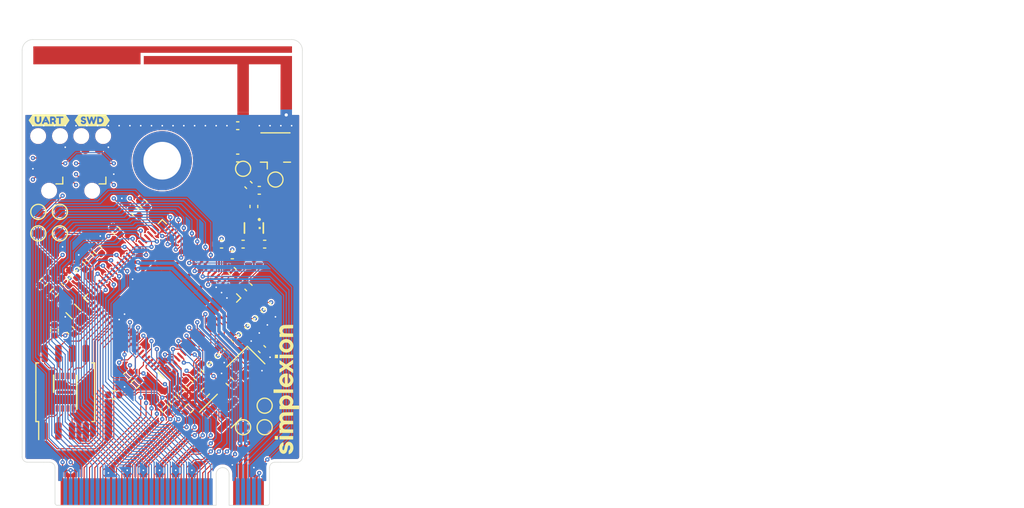
<source format=kicad_pcb>
(kicad_pcb (version 20221018) (generator pcbnew)
  (title_block (title "${title}") (rev "${revision}") (company "${company}") (comment 1 "author: ${author}") (comment 2 "pid: ${pid}"))
  (layers (0 "F.Cu" signal) (1 "In1.Cu" signal) (2 "In2.Cu" signal) (31 "B.Cu" signal) (34 "B.Paste" user) (35 "F.Paste" user) (36 "B.SilkS" user "B.Silkscreen") (37 "F.SilkS" user "F.Silkscreen") (38 "B.Mask" user) (39 "F.Mask" user) (44 "Edge.Cuts" user))
  (property "author" "Markus \"marble\" Blechschmidt")
  (property "company" "Simplexion GmbH")
  (property "pid" "TBD")
  (property "revision" "0.1.0")
  (property "title" "RTL872xD Development Board")
  (net 0 "")
  (net 1 "Net-(U1A-AVCC)")
  (net 2 "Net-(U1A-AUDIO_VREF)")
  (net 3 "/PB1")
  (net 4 "/PB30")
  (net 5 "/PB28")
  (net 6 "/PA0")
  (net 7 "/PA4")
  (net 8 "/Power & Clock/VA1833_PLL")
  (net 9 "/PA2")
  (net 10 "/PA1")
  (net 12 "GND")
  (net 13 "/PA5")
  (net 14 "/PA6")
  (net 15 "/PA9")
  (net 16 "/PA10")
  (net 17 "/PA11")
  (net 18 "/PA12")
  (net 19 "/PA13")
  (net 20 "/PA14")
  (net 21 "/PA15")
  (net 22 "/PA16")
  (net 23 "/PA17")
  (net 24 "/PA18")
  (net 25 "/PA19")
  (net 26 "/PA20")
  (net 27 "/PA21")
  (net 28 "/PA22")
  (net 29 "/PA23")
  (net 30 "/PA24")
  (net 31 "/PA31")
  (net 32 "/PB0")
  (net 33 "/PA30")
  (net 34 "/PA28")
  (net 35 "/PB2")
  (net 36 "D+")
  (net 37 "Net-(U1A-VD18_PSRAM)")
  (net 38 "/PB4")
  (net 39 "/PB5")
  (net 40 "/PB6")
  (net 41 "/PB7")
  (net 42 "/PB18")
  (net 43 "/PB19")
  (net 44 "/PB20")
  (net 45 "/PB21")
  (net 46 "/PB22")
  (net 47 "Net-(DP1-C)")
  (net 48 "Net-(DP1-L)")
  (net 49 "Net-(DP1-H)")
  (net 50 "/RF/RFIO_A")
  (net 51 "/RF/RFIO_G")
  (net 52 "Net-(C5-Pad2)")
  (net 53 "Net-(C6-Pad2)")
  (net 54 "Net-(J1-In)")
  (net 55 "+3.3V")
  (net 56 "Net-(U1A-XI)")
  (net 57 "Net-(U1A-XO)")
  (net 58 "Net-(U1A-SW_LX)")
  (net 59 "/PB23")
  (net 60 "/PB29")
  (net 61 "VDD")
  (net 62 "/Flash/QSPI.~{CS}")
  (net 63 "/Flash/QSPI.IO3")
  (net 64 "/Flash/QSPI.IO0")
  (net 65 "/Flash/QSPI.CLK")
  (net 66 "/Flash/QSPI.IO2")
  (net 67 "/Flash/QSPI.IO1")
  (net 68 "Net-(U4-~{RESET})")
  (net 69 "/PB31")
  (net 70 "/VBAT_MEAS")
  (net 71 "Net-(AE1-A)")
  (net 74 "D-")
  (net 77 "/~{RESET}")
  (net 78 "/SWD.SWDIO")
  (net 79 "/UART_{LOG}.TX")
  (net 80 "/UART_{LOG}.RX")
  (net 81 "/SWD.SWCLK")
  (footprint "TestPoint:TestPoint_Pad_D1.0mm" (layer "F.Cu") (at 115.5 120)
    (fp_text reference "TP6" hide)
    (fp_text value "TestPoint")
  )
  (footprint "Connector_M.2:M.2-B-KEY-22x" (layer "F.Cu") (at 127 145.25)
    (fp_text reference "J2" hide)
    (fp_text value "Bus_M.2_Socket_B" hide)
    (fp_line (start -11 -4) (end -10.45 -4) (stroke (width 0.05)) (layer "Edge.Cuts"))
    (fp_line (start -9.95 -3.5) (end -9.95 -0.2) (stroke (width 0.05)) (layer "Edge.Cuts"))
    (fp_line (start -9.75 0) (end 5 0) (stroke (width 0.05)) (layer "Edge.Cuts"))
    (fp_line (start 5 -2.9) (end 5 0) (stroke (width 0.05)) (layer "Edge.Cuts"))
    (fp_line (start 6.2 -2.9) (end 6.2 0) (stroke (width 0.05)) (layer "Edge.Cuts"))
    (fp_line (start 6.2 0) (end 9.75 0) (stroke (width 0.05)) (layer "Edge.Cuts"))
    (fp_line (start 9.95 -0.2) (end 9.95 -3.5) (stroke (width 0.05)) (layer "Edge.Cuts"))
    (fp_line (start 11 -4) (end 10.45 -4) (stroke (width 0.05)) (layer "Edge.Cuts"))
    (fp_arc (start -10.45 -4) (mid -10.096447 -3.853553) (end -9.95 -3.5) (stroke (width 0.05)) (layer "Edge.Cuts"))
    (fp_arc (start -9.75 0) (mid -9.891421 -0.058579) (end -9.95 -0.2) (stroke (width 0.05)) (layer "Edge.Cuts"))
    (fp_arc (start 5 -2.9) (mid 5.175736 -3.324264) (end 5.6 -3.5) (stroke (width 0.05)) (layer "Edge.Cuts"))
    (fp_arc (start 5.6 -3.5) (mid 6.024264 -3.324264) (end 6.2 -2.9) (stroke (width 0.05)) (layer "Edge.Cuts"))
    (fp_arc (start 9.95 -3.5) (mid 10.096447 -3.853553) (end 10.45 -4) (stroke (width 0.05)) (layer "Edge.Cuts"))
    (fp_arc (start 9.95 -0.2) (mid 9.891421 -0.058579) (end 9.75 0) (stroke (width 0.05)) (layer "Edge.Cuts"))
  )
  (footprint "Inductor_SMD:L_0805_2012Metric" (layer "F.Cu") (at 118.750001 127.25 135)
    (fp_text reference "L4" hide)
    (fp_text value "2.2u")
  )
  (footprint "Capacitor_SMD:C_0402_1005Metric" (layer "F.Cu") (at 135.25 128.25 -45)
    (fp_text reference "C22" hide)
    (fp_text value "100n")
  )
  (footprint "Capacitor_SMD:C_0402_1005Metric" (layer "F.Cu") (at 135 115.5 135)
    (fp_text reference "C6" hide)
    (fp_text value "0R")
  )
  (footprint "Capacitor_SMD:C_0402_1005Metric" (layer "F.Cu") (at 122.75 119.75 -45)
    (fp_text reference "C28" hide)
    (fp_text value "100n")
  )
  (footprint "Capacitor_SMD:C_0402_1005Metric" (layer "F.Cu") (at 129.5 134 135)
    (fp_text reference "C14" hide)
    (fp_text value "4.7n")
  )
  (footprint "Package_DFN_QFN_project:QFN-88_EP_10x10_Pitch0.4mm" (layer "F.Cu") (at 127 126 135)
    (fp_text reference "U1" hide)
    (fp_text value "RTL8722DM")
  )
  (footprint "Capacitor_SMD:C_0402_1005Metric" (layer "F.Cu") (at 131.75 131.75 -45)
    (fp_text reference "C19" hide)
    (fp_text value "100n")
  )
  (footprint "Inductor_SMD:L_0402_1005Metric" (layer "F.Cu") (at 136 122.5 90)
    (fp_text reference "L1" hide)
    (fp_text value "1n")
  )
  (footprint "Capacitor_SMD:C_0402_1005Metric" (layer "F.Cu") (at 134 113 180)
    (fp_text reference "C7" hide)
    (fp_text value "C")
  )
  (footprint "Capacitor_SMD:C_0402_1005Metric" (layer "F.Cu") (at 118.75 123.75 -45)
    (fp_text reference "C31" hide)
    (fp_text value "4.7u")
  )
  (footprint "TestPoint:TestPoint_Pad_D1.0mm" (layer "F.Cu") (at 115.5 118)
    (fp_text reference "TP5" hide)
    (fp_text value "TestPoint")
  )
  (footprint "Capacitor_SMD:C_0402_1005Metric" (layer "F.Cu") (at 134 110 180)
    (fp_text reference "C8" hide)
    (fp_text value "C")
  )
  (footprint "Capacitor_SMD:C_0402_1005Metric" (layer "F.Cu") (at 136.75 126.75 135)
    (fp_text reference "C24" hide)
    (fp_text value "100n")
  )
  (footprint "TestPoint:TestPoint_Pad_D1.0mm" (layer "F.Cu") (at 137.5 115 45)
    (fp_text reference "TP1" hide)
    (fp_text value "TestPoint")
  )
  (footprint "Capacitor_SMD:C_0402_1005Metric" (layer "F.Cu") (at 135.5 117.5 90)
    (fp_text reference "C5" hide)
    (fp_text value "0R")
  )
  (footprint "Capacitor_SMD:C_0402_1005Metric" (layer "F.Cu") (at 128.75 134.75 135)
    (fp_text reference "C13" hide)
    (fp_text value "1u")
  )
  (footprint "Capacitor_SMD:C_0402_1005Metric" (layer "F.Cu") (at 134.5 129 -45)
    (fp_text reference "C21" hide)
    (fp_text value "100n")
  )
  (footprint "TestPoint:TestPoint_Pad_D1.0mm" (layer "F.Cu") (at 136.5 138)
    (fp_text reference "TP3" hide)
    (fp_text value "TestPoint")
  )
  (footprint "Capacitor_SMD:C_0402_1005Metric" (layer "F.Cu") (at 130.25 133.25 135)
    (fp_text reference "C17" hide)
    (fp_text value "100n")
  )
  (footprint "kibuzzard-6492E3B2" (layer "F.Cu") (at 116.5 109.5)
    (fp_text reference "kibuzzard-6492E3B2" hide)
    (fp_text value "G***" hide)
  )
  (footprint "Capacitor_SMD:C_0402_1005Metric" (layer "F.Cu") (at 133.5 122 180)
    (fp_text reference "C25" hide)
    (fp_text value "100n")
  )
  (footprint "Capacitor_SMD:C_0402_1005Metric" (layer "F.Cu") (at 125.25 117.25 -45)
    (fp_text reference "C27" hide)
    (fp_text value "100n")
  )
  (footprint "Capacitor_SMD:C_0402_1005Metric" (layer "F.Cu") (at 132.5 121)
    (fp_text reference "C26" hide)
    (fp_text value "100n")
  )
  (footprint "TestPoint:TestPoint_Pad_D1.0mm" (layer "F.Cu") (at 136.5 136)
    (fp_text reference "TP9" hide)
    (fp_text value "TestPoint")
  )
  (footprint "Capacitor_SMD:C_0402_1005Metric" (layer "F.Cu") (at 135 125 -45)
    (fp_text reference "C2" hide)
    (fp_text value "0.3p")
  )
  (footprint "Package_SO:SOIC-8_5.23x5.23mm_P1.27mm" (layer "F.Cu") (at 118 134.75 90)
    (fp_text reference "U2" hide)
    (fp_text value "W25Q128JVS")
  )
  (footprint "Resistor_SMD:R_0402_1005Metric" (layer "F.Cu") (at 124.5 134 45)
    (fp_text reference "R5" hide)
    (fp_text value "12k")
  )
  (footprint "LOGO" (layer "F.Cu") (at 138.5 134.5 90)
    (fp_text reference "G***" hide)
    (fp_text value "LOGO" hide)
  )
  (footprint "Connector_Coaxial:U.FL_Hirose_U.FL-R-SMT-1_Vertical" (layer "F.Cu") (at 137.5 112.5 90)
    (fp_text reference "J1" hide)
    (fp_text value "Conn_Coaxial")
  )
  (footprint "Capacitor_SMD:C_0402_1005Metric" (layer "F.Cu") (at 133.25 133.75 135)
    (fp_text reference "C12" hide)
    (fp_text value "C")
  )
  (footprint "Resistor_SMD:R_0402_1005Metric" (layer "F.Cu") (at 131 134.75 45)
    (fp_text reference "R7" hide)
    (fp_text value "1k")
  )
  (footprint "Capacitor_SMD:C_0402_1005Metric" (layer "F.Cu") (at 123.75 133.25 -135)
    (fp_text reference "C35" hide)
    (fp_text value "2.2u")
  )
  (footprint "Capacitor_SMD:C_0402_1005Metric" (layer "F.Cu") (at 116 124.5 45)
    (fp_text reference "C16" hide)
    (fp_text value "10u")
  )
  (footprint "Capacitor_SMD:C_0402_1005Metric" (layer "F.Cu") (at 134.5 121 180)
    (fp_text reference "C3" hide)
    (fp_text value "0.5p")
  )
  (footprint "Package_TO_SOT_SMD:SOT-23" (layer "F.Cu") (at 132.75 136.5 45)
    (fp_text reference "U4" hide)
    (fp_text value "LM809")
  )
  (footprint "Resistor_SMD:R_0402_1005Metric" (layer "F.Cu") (at 129.5 136.25 -135)
    (fp_text reference "R4" hide)
    (fp_text value "10k")
  )
  (footprint "Package_USON:USON-8_3.0x2.0mm_P0.5mm" (layer "F.Cu") (at 118 134.75 90)
    (fp_text reference "U3" hide)
    (fp_text value "W25Q16JV" hide)
  )
  (footprint "RF_Diplexer:DP_0603_1608Metric" (layer "F.Cu") (at 135.5 119.5 180)
    (fp_text reference "DP1" hide)
    (fp_text value "MDPX18M1524P69-D03" hide)
  )
  (footprint "Capacitor_SMD:C_0402_1005Metric" (layer "F.Cu") (at 118 124.5 -45)
    (fp_text reference "C32" hide)
    (fp_text value "100n")
  )
  (footprint "Capacitor_SMD:C_0402_1005Metric" (layer "F.Cu") (at 133.75 129.75 135)
    (fp_text reference "C18" hide)
    (fp_text value "1n")
  )
  (footprint "Capacitor_SMD:C_0402_1005Metric" (layer "F.Cu") (at 133.5 123.5 135)
    (fp_text reference "C4" hide)
    (fp_text value "1.0p")
  )
  (footprint "Capacitor_SMD:C_0402_1005Metric" (layer "F.Cu") (at 136.25 130.75 -45)
    (fp_text reference "C11" hide)
    (fp_text value "C")
  )
  (footprint "Capacitor_SMD:C_0402_1005Metric" (layer "F.Cu") (at 128 135.5 135)
    (fp_text reference "C36" hide)
    (fp_text value "1u")
  )
  (footprint "Capacitor_SMD:C_0402_1005Metric" (layer "F.Cu") (at 124.5 118 135)
    (fp_text reference "C15" hide)
    (fp_text value "2.2u")
  )
  (footprint "Inductor_SMD:L_0402_1005Metric" (layer "F.Cu") (at 135 122.485 90)
    (fp_text reference "L2" hide)
    (fp_text value "3.3n")
  )
  (footprint "Resistor_SMD:R_0402_1005Metric" (layer "F.Cu") (at 121 121.5 -45)
    (fp_text reference "R6" hide)
    (fp_text value "200")
  )
  (footprint "Capacitor_SMD:C_0402_1005Metric" (layer "F.Cu") (at 136.5 121)
    (fp_text reference "C1" hide)
    (fp_text value "0.4p")
  )
  (footprint "TestPoint:TestPoint_Pad_D1.0mm" (layer "F.Cu") (at 134.5 114 45)
    (fp_text reference "TP2" hide)
    (fp_text value "TestPoint")
  )
  (footprint "Capacitor_SMD:C_0402_1005Metric" (layer "F.Cu") (at 120.25 122.25 -45)
    (fp_text reference "C29" hide)
    (fp_text value "2.2u")
  )
  (footprint "Connector:Tag-Connect_TC2030-IDC-NL_2x03_P1.27mm_Vertical" (layer "F.Cu") (at 116.5 113.5 90)
    (fp_text reference "J4" hide)
    (fp_text value "Conn_ARM_SWD_TagConnect_TC2030-NL")
  )
  (footprint "Resistor_SMD:R_0402_1005Metric" (layer "F.Cu") (at 131 132.5 135)
    (fp_text reference "R2" hide)
    (fp_text value "10k")
  )
  (footprint "Connector:Tag-Connect_TC2030-IDC-NL_2x03_P1.27mm_Vertical" (layer "F.Cu") (at 120.5 113.5 90)
    (fp_text reference "J3" hide)
    (fp_text value "Conn_ARM_SWD_TagConnect_TC2030-NL")
  )
  (footprint "Capacitor_SMD:C_0402_1005Metric" (layer "F.Cu") (at 119.5 123 135)
    (fp_text reference "C30" hide)
    (fp_text value "100n")
  )
  (footprint "Capacitor_SMD:C_0402_1005Metric" (layer "F.Cu") (at 132.5 131 135)
    (fp_text reference "C20" hide)
    (fp_text value "100n")
  )
  (footprint "TestPoint:TestPoint_Pad_D1.0mm" (layer "F.Cu") (at 117.5 118)
    (fp_text reference "TP8" hide)
    (fp_text value "TestPoint")
  )
  (footprint "Inductor_SMD:L_0402_1005Metric" (layer "F.Cu") (at 134.5 111.5 90)
    (fp_text reference "L3" hide)
    (fp_text value "L")
  )
  (footprint "Capacitor_SMD:C_0402_1005Metric" (layer "F.Cu") (at 117 125.5 45)
    (fp_text reference "C33" hide)
    (fp_text value "~")
  )
  (footprint "Capacitor_SMD:C_0402_1005Metric" (layer "F.Cu") (at 136 116)
    (fp_text reference "C9" hide)
    (fp_text value "1.8p")
  )
  (footprint "Capacitor_SMD:C_0402_1005Metric" (layer "F.Cu") (at 117 129 90)
    (fp_text reference "C10" hide)
    (fp_text value "100n")
  )
  (footprint "Crystal:Crystal_SMD_2016-4Pin_2.0x1.6mm" (layer "F.Cu") (at 134.75 132.25 -135)
    (fp_text reference "Y1" hide)
    (fp_text value "40MHz")
  )
  (footprint "Capacitor_SMD:C_0402_1005Metric" (layer "F.Cu") (at 136 127.5 135)
    (fp_text reference "C23" hide)
    (fp_text value "100n")
  )
  (footprint "kibuzzard-6492E3AE" (layer "F.Cu") (at 120.5 109.5)
    (fp_text reference "kibuzzard-6492E3AE" hide)
    (fp_text value "G***" hide)
  )
  (footprint "TestPoint:TestPoint_Pad_D1.0mm" (layer "F.Cu") (at 134.5 138)
    (fp_text reference "TP4" hide)
    (fp_text value "TestPoint")
  )
  (footprint "Resistor_SMD:R_0402_1005Metric" (layer "F.Cu") (at 122.5 135)
    (fp_text reference "R1" hide)
    (fp_text value "10k")
  )
  (footprint "Capacitor_SMD:C_0402_1005Metric" (layer "F.Cu") (at 118.5 129 -45)
    (fp_text reference "C34" hide)
    (fp_text value "2.2u")
  )
  (footprint "TestPoint:TestPoint_Pad_D1.0mm" (layer "F.Cu") (at 117.5 120)
    (fp_text reference "TP7" hide)
    (fp_text value "TestPoint")
  )
  (footprint "RF_Antenna_project:AKK_2.4GHz_5GHz_Left" (layer "F.Cu") (at 134.5 109)
    (fp_text reference "AE1" hide)
    (fp_text value "Antenna_Shield")
  )
  (footprint "Resistor_SMD:R_0402_1005Metric" (layer "F.Cu") (at 127.25 136.25 135)
    (fp_text reference "R3" hide)
    (fp_text value "10k")
  )
  (gr_arc (start 114 103) (mid 114.292893 102.292893) (end 115 102) (stroke (width 0.05)) (layer "Edge.Cuts"))
  (gr_line (start 140 140.75) (end 140 103) (stroke (width 0.05)) (layer "Edge.Cuts"))
  (gr_line (start 114 103) (end 114.000001 140.75) (stroke (width 0.05)) (layer "Edge.Cuts"))
  (gr_line (start 139 102) (end 115 102) (stroke (width 0.05)) (layer "Edge.Cuts"))
  (gr_arc (start 140 140.75) (mid 139.853553 141.103553) (end 139.5 141.25) (stroke (width 0.05)) (layer "Edge.Cuts"))
  (gr_arc (start 139 102) (mid 139.707107 102.292893) (end 140 103) (stroke (width 0.05)) (layer "Edge.Cuts"))
  (gr_line (start 116 141.25) (end 114.5 141.25) (stroke (width 0.05)) (layer "Edge.Cuts"))
  (gr_arc (start 114.5 141.249999) (mid 114.146447 141.103553) (end 114.000001 140.75) (stroke (width 0.05)) (layer "Edge.Cuts"))
  (gr_line (start 138 141.25) (end 139.5 141.25) (stroke (width 0.05)) (layer "Edge.Cuts"))
  (segment (start 127.83085 132.204862) (end 128.410589 132.7846) (width 0.1) (layer "F.Cu") (net 1))
  (segment (start 128.410589 132.7846) (end 128.41059 134.410589) (width 0.1) (layer "F.Cu") (net 1))
  (segment (start 128.113693 131.922019) (end 128.720837 132.529163) (width 0.1) (layer "F.Cu") (net 2))
  (segment (start 128.75 132.558326) (end 128.720837 132.529163) (width 0.1) (layer "F.Cu") (net 2))
  (segment (start 129.160589 133.660589) (end 128.75 133.25) (width 0.1) (layer "F.Cu") (net 2))
  (segment (start 128.75 133.25) (end 128.75 132.558326) (width 0.1) (layer "F.Cu") (net 2))
  (segment (start 123.75 123.5) (end 123.651472 123.5) (width 0.1) (layer "F.Cu") (net 3))
  (segment (start 123.651472 123.5) (end 123.05788 122.906408) (width 0.1) (layer "F.Cu") (net 3))
  (via (at 123.75 123.5) (size 0.4) (drill 0.15) (layers "F.Cu" "B.Cu") (net 3))
  (segment (start 122.25 133.25) (end 122.25 126.5) (width 0.1) (layer "B.Cu") (net 3))
  (segment (start 127.75 137.75) (end 126.75 137.75) (width 0.1) (layer "B.Cu") (net 3))
  (segment (start 123.75 125) (end 123.75 123.5) (width 0.1) (layer "B.Cu") (net 3))
  (segment (start 131.5 141.5) (end 127.75 137.75) (width 0.1) (layer "B.Cu") (net 3))
  (segment (start 124.5 135.5) (end 124.5 134.5) (width 0.1) (layer "B.Cu") (net 3))
  (segment (start 122.5 133.5) (end 122.25 133.25) (width 0.1) (layer "B.Cu") (net 3))
  (segment (start 131.5 144) (end 131.5 141.5) (width 0.1) (layer "B.Cu") (net 3))
  (segment (start 124.5 134.5) (end 123.5 133.5) (width 0.1) (layer "B.Cu") (net 3))
  (segment (start 126.75 137.75) (end 124.5 135.5) (width 0.1) (layer "B.Cu") (net 3))
  (segment (start 122.25 126.5) (end 123.75 125) (width 0.1) (layer "B.Cu") (net 3))
  (segment (start 123.5 133.5) (end 122.5 133.5) (width 0.1) (layer "B.Cu") (net 3))
  (segment (start 128.25 136.75) (end 129 136.75) (width 0.1) (layer "F.Cu") (net 4))
  (segment (start 129 136.75) (end 129.139376 136.610624) (width 0.1) (layer "F.Cu") (net 4))
  (segment (start 128 137) (end 128.25 136.75) (width 0.1) (layer "F.Cu") (net 4))
  (segment (start 123.25 141.75) (end 127.75 137.25) (width 0.1) (layer "F.Cu") (net 4))
  (segment (start 125.5 132.308326) (end 125.5 132.5) (width 0.1) (layer "F.Cu") (net 4))
  (segment (start 127 134) (end 127.25 134) (width 0.1) (layer "F.Cu") (net 4))
  (segment (start 123.25 144) (end 123.25 141.75) (width 0.1) (layer "F.Cu") (net 4))
  (segment (start 127.610624 136.610624) (end 128 137) (width 0.1) (layer "F.Cu") (net 4))
  (segment (start 127.75 137.25) (end 128 137) (width 0.1) (layer "F.Cu") (net 4))
  (segment (start 125.886307 131.922019) (end 125.5 132.308326) (width 0.1) (layer "F.Cu") (net 4))
  (segment (start 125.5 132.5) (end 127 134) (width 0.1) (layer "F.Cu") (net 4))
  (via (at 127.75 137.25) (size 0.4) (drill 0.15) (layers "F.Cu" "B.Cu") (net 4))
  (via (at 127.25 134) (size 0.4) (drill 0.15) (layers "F.Cu" "B.Cu") (net 4))
  (segment (start 127.5 137) (end 127.75 137.25) (width 0.1) (layer "B.Cu") (net 4))
  (segment (start 127.5 134.25) (end 127.5 137) (width 0.1) (layer "B.Cu") (net 4))
  (segment (start 127.25 134) (end 127.5 134.25) (width 0.1) (layer "B.Cu") (net 4))
  (segment (start 124.860624 132.639376) (end 124.860624 132.75) (width 0.1) (layer "F.Cu") (net 5))
  (segment (start 121.5 142.4) (end 121.5 142) (width 0.1) (layer "F.Cu") (net 5))
  (segment (start 126.25 137.25) (end 126.5 137) (width 0.1) (layer "F.Cu") (net 5))
  (segment (start 126.5 137) (end 126.5 136.75) (width 0.1) (layer "F.Cu") (net 5))
  (segment (start 125.603464 131.639177) (end 125.25 131.992641) (width 0.1) (layer "F.Cu") (net 5))
  (segment (start 124.860624 132.75) (end 124.860624 133.639376) (width 0.1) (layer "F.Cu") (net 5))
  (segment (start 124.860624 132.75) (end 124.860624 133) (width 0.1) (layer "F.Cu") (net 5))
  (segment (start 125.25 132.25) (end 124.860624 132.639376) (width 0.1) (layer "F.Cu") (net 5))
  (segment (start 121.75 142.65) (end 121.5 142.4) (width 0.1) (layer "F.Cu") (net 5))
  (segment (start 121.75 144) (end 121.75 142.65) (width 0.1) (layer "F.Cu") (net 5))
  (segment (start 121.5 142) (end 126.25 137.25) (width 0.1) (layer "F.Cu") (net 5))
  (segment (start 124.860624 133) (end 125.25 133) (width 0.1) (layer "F.Cu") (net 5))
  (segment (start 125.25 131.992641) (end 125.25 132.25) (width 0.1) (layer "F.Cu") (net 5))
  (via (at 125.25 133) (size 0.4) (drill 0.15) (layers "F.Cu" "B.Cu") (net 5))
  (via (at 126.5 136.75) (size 0.4) (drill 0.15) (layers "F.Cu" "B.Cu") (net 5))
  (segment (start 126.25 135.75) (end 126.5 136) (width 0.1) (layer "B.Cu") (net 5))
  (segment (start 126.25 134) (end 126.25 135.75) (width 0.1) (layer "B.Cu") (net 5))
  (segment (start 125.25 133) (end 126.25 134) (width 0.1) (layer "B.Cu") (net 5))
  (segment (start 126.5 136) (end 126.5 136.75) (width 0.1) (layer "B.Cu") (net 5))
  (segment (start 126.25 141.75) (end 129.25 138.75) (width 0.1) (layer "F.Cu") (net 6))
  (segment (start 128.007359 131.25) (end 128.396536 131.639177) (width 0.1) (layer "F.Cu") (net 6))
  (segment (start 126.25 144) (end 126.25 141.75) (width 0.1) (layer "F.Cu") (net 6))
  (segment (start 129.25 138.75) (end 130 138.75) (width 0.1) (layer "F.Cu") (net 6))
  (segment (start 127.25 131.25) (end 128.007359 131.25) (width 0.1) (layer "F.Cu") (net 6))
  (via (at 130 138.75) (size 0.4) (drill 0.15) (layers "F.Cu" "B.Cu") (net 6))
  (via (at 127.25 131.25) (size 0.4) (drill 0.15) (layers "F.Cu" "B.Cu") (net 6))
  (segment (start 130.5 138.25) (end 130 138.75) (width 0.1) (layer "B.Cu") (net 6))
  (segment (start 128.5 135.25) (end 130.5 137.25) (width 0.1) (layer "B.Cu") (net 6))
  (segment (start 130.5 137.25) (end 130.5 138.25) (width 0.1) (layer "B.Cu") (net 6))
  (segment (start 127.25 131.25) (end 127.25 131.75) (width 0.1) (layer "B.Cu") (net 6))
  (segment (start 127.25 131.75) (end 128.5 133) (width 0.1) (layer "B.Cu") (net 6))
  (segment (start 128.5 133) (end 128.5 135.25) (width 0.1) (layer "B.Cu") (net 6))
  (segment (start 127.75 144) (end 127.75 141.75) (width 0.1) (layer "F.Cu") (net 7))
  (segment (start 129 132) (end 129 131.676955) (width 0.1) (layer "F.Cu") (net 7))
  (segment (start 130.5 139.75) (end 131.5 138.75) (width 0.1) (layer "F.Cu") (net 7))
  (segment (start 129.75 139.75) (end 130.5 139.75) (width 0.1) (layer "F.Cu") (net 7))
  (segment (start 127.75 141.75) (end 129.75 139.75) (width 0.1) (layer "F.Cu") (net 7))
  (segment (start 129 131.676955) (end 128.679379 131.356334) (width 0.1) (layer "F.Cu") (net 7))
  (via (at 131.5 138.75) (size 0.4) (drill 0.15) (layers "F.Cu" "B.Cu") (net 7))
  (via (at 129 132) (size 0.4) (drill 0.15) (layers "F.Cu" "B.Cu") (net 7))
  (segment (start 131.5 137.25) (end 131.5 138.75) (width 0.1) (layer "B.Cu") (net 7))
  (segment (start 129.5 132) (end 130 132.5) (width 0.1) (layer "B.Cu") (net 7))
  (segment (start 129 132) (end 129.5 132) (width 0.1) (layer "B.Cu") (net 7))
  (segment (start 130 132.5) (end 130 135.75) (width 0.1) (layer "B.Cu") (net 7))
  (segment (start 130 135.75) (end 131.5 137.25) (width 0.1) (layer "B.Cu") (net 7))
  (segment (start 120.589411 124.397737) (end 121.077981 124.886307) (width 0.1) (layer "F.Cu") (net 8))
  (segment (start 120.589411 122.58941) (end 120.589411 124.397737) (width 0.1) (layer "F.Cu") (net 8))
  (segment (start 120.631837 122.589411) (end 120.589411 122.58941) (width 0.1) (layer "F.Cu") (net 8))
  (segment (start 121.360624 121.860624) (end 120.631837 122.589411) (width 0.1) (layer "F.Cu") (net 8))
  (segment (start 127.25 144) (end 127.25 141.5) (width 0.1) (layer "F.Cu") (net 9))
  (segment (start 128.63873 130.75) (end 128.962221 131.073491) (width 0.1) (layer "F.Cu") (net 9))
  (segment (start 128 130.75) (end 128.63873 130.75) (width 0.1) (layer "F.Cu") (net 9))
  (segment (start 130.25 139.25) (end 130.75 138.75) (width 0.1) (layer "F.Cu") (net 9))
  (segment (start 127.25 141.5) (end 129.5 139.25) (width 0.1) (layer "F.Cu") (net 9))
  (segment (start 129.5 139.25) (end 130.25 139.25) (width 0.1) (layer "F.Cu") (net 9))
  (via (at 128 130.75) (size 0.4) (drill 0.15) (layers "F.Cu" "B.Cu") (net 9))
  (via (at 130.75 138.75) (size 0.4) (drill 0.15) (layers "F.Cu" "B.Cu") (net 9))
  (segment (start 128 130.75) (end 128 132) (width 0.1) (layer "B.Cu") (net 9))
  (segment (start 128.75 132.75) (end 128.75 135) (width 0.1) (layer "B.Cu") (net 9))
  (segment (start 130.75 137) (end 130.75 138.75) (width 0.1) (layer "B.Cu") (net 9))
  (segment (start 128.75 135) (end 130.75 137) (width 0.1) (layer "B.Cu") (net 9))
  (segment (start 128 132) (end 128.75 132.75) (width 0.1) (layer "B.Cu") (net 9))
  (segment (start 129.25 144) (end 129.25 141.75) (width 0.1) (layer "F.Cu") (net 10))
  (segment (start 130 131.25) (end 129.704416 131.25) (width 0.1) (layer "F.Cu") (net 10))
  (segment (start 130.75 141) (end 131.5 140.25) (width 0.1) (layer "F.Cu") (net 10))
  (segment (start 129.25 141.75) (end 130 141) (width 0.1) (layer "F.Cu") (net 10))
  (segment (start 130 141) (end 130.75 141) (width 0.1) (layer "F.Cu") (net 10))
  (segment (start 129.704416 131.25) (end 129.245064 130.790648) (width 0.1) (layer "F.Cu") (net 10))
  (via (at 131.5 140.25) (size 0.4) (drill 0.15) (layers "F.Cu" "B.Cu") (net 10))
  (via (at 130 131.25) (size 0.4) (drill 0.15) (layers "F.Cu" "B.Cu") (net 10))
  (segment (start 130.5 131.75) (end 130.5 135.25) (width 0.1) (layer "B.Cu") (net 10))
  (segment (start 130 131.25) (end 130.5 131.75) (width 0.1) (layer "B.Cu") (net 10))
  (segment (start 132.5 139.25) (end 131.5 140.25) (width 0.1) (layer "B.Cu") (net 10))
  (segment (start 130.5 135.25) (end 132.5 137.25) (width 0.1) (layer "B.Cu") (net 10))
  (segment (start 132.5 137.25) (end 132.5 139.25) (width 0.1) (layer "B.Cu") (net 10))
  (segment (start 132.5 125.308326) (end 132.5 125.5) (width 0.1) (layer "F.Cu") (net 12))
  (segment (start 132.922019 124.886307) (end 132.5 125.308326) (width 0.1) (layer "F.Cu") (net 12))
  (segment (start 120.795138 126.83085) (end 121.375988 126.25) (width 0.1) (layer "F.Cu") (net 12))
  (segment (start 135.75 142.75) (end 135.25 142.25) (width 0.1) (layer "F.Cu") (net 12))
  (segment (start 135.75 144) (end 135.75 142.75) (width 0.1) (layer "F.Cu") (net 12))
  (segment (start 120.795138 126.83085) (end 120.25 127.375988) (width 0.1) (layer "F.Cu") (net 12))
  (via (at 121 110) (size 0.4) (drill 0.15) (layers "F.Cu" "B.Cu") (net 12))
  (via (at 118 112) (size 0.4) (drill 0.15) (layers "F.Cu" "B.Cu") (net 12))
  (via (at 117.75 121.25) (size 0.4) (drill 0.15) (layers "F.Cu" "B.Cu") (net 12))
  (via (at 137 131.5) (size 0.4) (drill 0.15) (layers "F.Cu" "B.Cu") (net 12))
  (via (at 124.25 124.25) (size 0.4) (drill 0.15) (layers "F.Cu" "B.Cu") (net 12))
  (via (at 131 110) (size 0.4) (drill 0.15) (layers "F.Cu" "B.Cu") (net 12))
  (via (at 126.75 142) (size 0.4) (drill 0.15) (layers "F.Cu" "B.Cu") (net 12))
  (via (at 136 110) (size 0.4) (drill 0.15) (layers "F.Cu" "B.Cu") (net 12))
  (via (at 135.5 141.75) (size 0.4) (drill 0.15) (layers "F.Cu" "B.Cu") (net 12))
  (via (at 137 110) (size 0.4) (drill 0.15) (layers "F.Cu" "B.Cu") (net 12))
  (via (at 133.5 141.5) (size 0.4) (drill 0.15) (layers "F.Cu" "B.Cu") (net 12))
  (via (at 115 114) (size 0.4) (drill 0.15) (layers "F.Cu" "B.Cu") (net 12))
  (via (at 122 110) (size 0.4) (drill 0.15) (layers "F.Cu" "B.Cu") (net 12))
  (via (at 123.75 142) (size 0.4) (drill 0.15) (layers "F.Cu" "B.Cu") (net 12))
  (via (at 119 110) (size 0.4) (drill 0.15) (layers "F.Cu" "B.Cu") (net 12))
  (via (at 132.75 132) (size 0.4) (drill 0.15) (layers "F.Cu" "B.Cu") (net 12))
  (via (at 115 110) (size 0.4) (drill 0.15) (layers "F.Cu" "B.Cu") (net 12))
  (via (at 122 112) (size 0.4) (drill 0.15) (layers "F.Cu" "B.Cu") (net 12))
  (via (at 138 110) (size 0.4) (drill 0.15) (layers "F.Cu" "B.Cu") (net 12))
  (via (at 136.75 128.5) (size 0.4) (drill 0.15) (layers "F.Cu" "B.Cu") (net 12))
  (via (at 118 127.75) (size 0.4) (drill 0.15) (layers "F.Cu" "B.Cu") (net 12))
  (via (at 123 128) (size 0.4) (drill 0.15) (layers "F.Cu" "B.Cu") (net 12))
  (via (at 118 110) (size 0.4) (drill 0.15) (layers "F.Cu" "B.Cu") (net 12))
  (via (at 132 110) (size 0.4) (drill 0.15) (layers "F.Cu" "B.Cu") (net 12))
  (via (at 126 110) (size 0.4) (drill 0.15) (layers "F.Cu" "B.Cu") (net 12))
  (via (at 123.25 116.75) (size 0.4) (drill 0.15) (layers "F.Cu" "B.Cu") (net 12))
  (via (at 128.25 142) (size 0.4) (drill 0.15) (layers "F.Cu" "B.Cu") (net 12))
  (via (at 132.5 125.5) (size 0.4) (drill 0.15) (layers "F.Cu" "B.Cu") (net 12))
  (via (at 137.5 127.75) (size 0.4) (drill 0.15) (layers "F.Cu" "B.Cu") (net 12))
  (via (at 124 110) (size 0.4) (drill 0.15) (layers "F.Cu" "B.Cu") (net 12))
  (via (at 123.5 127.5) (size 0.4) (drill 0.15) (layers "F.Cu" "B.Cu") (net 12))
  (via (at 120 110) (size 0.4) (drill 0.15) (layers "F.Cu" "B.Cu") (net 12))
  (via (at 139 110) (size 0.4) (drill 0.15) (layers "F.Cu" "B.Cu") (net 12))
  (via (at 119.25 122) (size 0.4) (drill 0.15) (layers "F.Cu" "B.Cu") (net 12))
  (via (at 121.25 120.25) (size 0.4) (drill 0.15) (layers "F.Cu" "B.Cu") (net 12))
  (via (at 133 126) (size 0.4) (drill 0.15) (layers "F.Cu" "B.Cu") (net 12))
  (via (at 117 110) (size 0.4) (drill 0.15) (layers "F.Cu" "B.Cu") (net 12))
  (via (at 136 129.25) (size 0.4) (drill 0.15) (layers "F.Cu" "B.Cu") (net 12))
  (via (at 125.25 142) (size 0.4) (drill 0.15) (layers "F.Cu" "B.Cu") (net 12))
  (via (at 129 110) (size 0.4) (drill 0.15) (layers "F.Cu" "B.Cu") (net 12))
  (via (at 123 110) (size 0.4) (drill 0.15) (layers "F.Cu" "B.Cu") (net 12))
  (via (at 136.25 132.75) (size 0.4) (drill 0.15) (layers "F.Cu" "B.Cu") (net 12))
  (via (at 122.5 114.5) (size 0.4) (drill 0.15) (layers "F.Cu" "B.Cu") (net 12))
  (via (at 129.75 142) (size 0.4) (drill 0.15) (layers "F.Cu" "B.Cu") (net 12))
  (via (at 132 125) (size 0.4) (drill 0.15) (layers "F.Cu" "B.Cu") (net 12))
  (via (at 130 110) (size 0.4) (drill 0.15) (layers "F.Cu" "B.Cu") (net 12))
  (via (at 135.25 130) (size 0.4) (drill 0.15) (layers "F.Cu" "B.Cu") (net 12))
  (via (at 133 110) (size 0.4) (drill 0.15) (layers "F.Cu" "B.Cu") (net 12))
  (via (at 116 110) (size 0.4) (drill 0.15) (layers "F.Cu" "B.Cu") (net 12))
  (via (at 125 110) (size 0.4) (drill 0.15) (layers "F.Cu" "B.Cu") (net 12))
  (via (at 127 110) (size 0.4) (drill 0.15) (layers "F.Cu" "B.Cu") (net 12))
  (via (at 122 142.25) (size 0.4) (drill 0.15) (layers "F.Cu" "B.Cu") (net 12))
  (via (at 132.5 133) (size 0.4) (drill 0.15) (layers "F.Cu" "B.Cu") (net 12))
  (via (at 128 110) (size 0.4) (drill 0.15) (layers "F.Cu" "B.Cu") (net 12))
  (via (at 123.5 134.25) (size 0.4) (drill 0.15) (layers "F.Cu" "B.Cu") (net 12))
  (segment (start 130.5 140.5) (end 131.5 139.5) (width 0.1) (layer "F.Cu") (net 13))
  (segment (start 128.75 144) (end 128.75 141.5) (width 0.1) (layer "F.Cu") (net 13))
  (segment (start 128.5 130) (end 129.020101 130) (width 0.1) (layer "F.Cu") (net 13))
  (segment (start 129.020101 130) (end 129.527907 130.507806) (width 0.1) (layer "F.Cu") (net 13))
  (segment (start 128.75 141.5) (end 129.75 140.5) (width 0.1) (layer "F.Cu") (net 13))
  (segment (start 129.75 140.5) (end 130.5 140.5) (width 0.1) (layer "F.Cu") (net 13))
  (via (at 131.5 139.5) (size 0.4) (drill 0.15) (layers "F.Cu" "B.Cu") (net 13))
  (via (at 128.5 130) (size 0.4) (drill 0.15) (layers "F.Cu" "B.Cu") (net 13))
  (segment (start 132 139) (end 132 137.25) (width 0.1) (layer "B.Cu") (net 13))
  (segment (start 128.5 130.5) (end 128.5 130) (width 0.1) (layer "B.Cu") (net 13))
  (segment (start 130.25 135.5) (end 130.25 132.25) (width 0.1) (layer "B.Cu") (net 13))
  (segment (start 130.25 132.25) (end 128.5 130.5) (width 0.1) (layer "B.Cu") (net 13))
  (segment (start 132 137.25) (end 130.25 135.5) (width 0.1) (layer "B.Cu") (net 13))
  (segment (start 131.5 139.5) (end 132 139) (width 0.1) (layer "B.Cu") (net 13))
  (segment (start 129.25 129.5) (end 129.25 129.664214) (width 0.1) (layer "F.Cu") (net 14))
  (segment (start 130.25 144) (end 130.25 142.25) (width 0.1) (layer "F.Cu") (net 14))
  (segment (start 130.25 142.25) (end 132.25 140.25) (width 0.1) (layer "F.Cu") (net 14))
  (segment (start 129.25 129.664214) (end 129.810749 130.224963) (width 0.1) (layer "F.Cu") (net 14))
  (via (at 132.25 140.25) (size 0.4) (drill 0.15) (layers "F.Cu" "B.Cu") (net 14))
  (via (at 129.25 129.5) (size 0.4) (drill 0.15) (layers "F.Cu" "B.Cu") (net 14))
  (segment (start 133 139.5) (end 132.25 140.25) (width 0.1) (layer "B.Cu") (net 14))
  (segment (start 130.75 131) (end 130.75 135) (width 0.1) (layer "B.Cu") (net 14))
  (segment (start 129.25 129.5) (end 130.75 131) (width 0.1) (layer "B.Cu") (net 14))
  (segment (start 133 137.25) (end 133 139.5) (width 0.1) (layer "B.Cu") (net 14))
  (segment (start 130.75 135) (end 133 137.25) (width 0.1) (layer "B.Cu") (net 14))
  (segment (start 131.25 123.729899) (end 131.507806 123.472093) (width 0.1) (layer "F.Cu") (net 15))
  (segment (start 131.25 124.75) (end 131.25 123.729899) (width 0.1) (layer "F.Cu") (net 15))
  (via (at 131.25 124.75) (size 0.4) (drill 0.15) (layers "F.Cu" "B.Cu") (net 15))
  (segment (start 138.25 125.75) (end 137 124.5) (width 0.1) (layer "B.Cu") (net 15))
  (segment (start 137 124.5) (end 131.5 124.5) (width 0.1) (layer "B.Cu") (net 15))
  (segment (start 138.25 137.25) (end 138.25 125.75) (width 0.1) (layer "B.Cu") (net 15))
  (segment (start 134 141.5) (end 138.25 137.25) (width 0.1) (layer "B.Cu") (net 15))
  (segment (start 134 144) (end 134 141.5) (width 0.1) (layer "B.Cu") (net 15))
  (segment (start 131.5 124.5) (end 131.25 124.75) (width 0.1) (layer "B.Cu") (net 15))
  (segment (start 130.75 123.664214) (end 131.224963 123.189251) (width 0.1) (layer "F.Cu") (net 16))
  (segment (start 130.75 124) (end 130.75 123.664214) (width 0.1) (layer "F.Cu") (net 16))
  (via (at 130.75 124) (size 0.4) (drill 0.15) (layers "F.Cu" "B.Cu") (net 16))
  (segment (start 134.5 144) (end 134.5 141.5) (width 0.1) (layer "B.Cu") (net 16))
  (segment (start 134.5 141.5) (end 138.5 137.5) (width 0.1) (layer "B.Cu") (net 16))
  (segment (start 138.5 125.5) (end 137 124) (width 0.1) (layer "B.Cu") (net 16))
  (segment (start 138.5 137.5) (end 138.5 125.5) (width 0.1) (layer "B.Cu") (net 16))
  (segment (start 137 124) (end 130.75 124) (width 0.1) (layer "B.Cu") (net 16))
  (segment (start 117.75 144) (end 117.75 141.25) (width 0.1) (layer "F.Cu") (net 17))
  (segment (start 131.5 122.348528) (end 130.94212 122.906408) (width 0.1) (layer "F.Cu") (net 17))
  (segment (start 131.5 122) (end 131.5 122.348528) (width 0.1) (layer "F.Cu") (net 17))
  (via (at 131.5 122) (size 0.4) (drill 0.15) (layers "F.Cu" "B.Cu") (net 17))
  (via (at 117.75 141.25) (size 0.4) (drill 0.15) (layers "F.Cu" "B.Cu") (net 17))
  (segment (start 125.25 116.75) (end 129.25 116.75) (width 0.1) (layer "B.Cu") (net 17))
  (segment (start 116.75 117) (end 121 117) (width 0.1) (layer "B.Cu") (net 17))
  (segment (start 121 117) (end 122 116) (width 0.1) (layer "B.Cu") (net 17))
  (segment (start 117.75 140.75) (end 116.25 139.25) (width 0.1) (layer "B.Cu") (net 17))
  (segment (start 124.5 116) (end 125.25 116.75) (width 0.1) (layer "B.Cu") (net 17))
  (segment (start 117.75 141.25) (end 117.75 140.75) (width 0.1) (layer "B.Cu") (net 17))
  (segment (start 116.25 139.25) (end 116.25 133) (width 0.1) (layer "B.Cu") (net 17))
  (segment (start 129.25 116.75) (end 131.5 119) (width 0.1) (layer "B.Cu") (net 17))
  (segment (start 122 116) (end 124.5 116) (width 0.1) (layer "B.Cu") (net 17))
  (segment (start 115 131.75) (end 115 118.75) (width 0.1) (layer "B.Cu") (net 17))
  (segment (start 116.25 133) (end 115 131.75) (width 0.1) (layer "B.Cu") (net 17))
  (segment (start 115 118.75) (end 116.75 117) (width 0.1) (layer "B.Cu") (net 17))
  (segment (start 131.5 119) (end 131.5 122) (width 0.1) (layer "B.Cu") (net 17))
  (segment (start 130 123.5) (end 130 123.282843) (width 0.1) (layer "F.Cu") (net 18))
  (segment (start 130 123.282843) (end 130.659278 122.623565) (width 0.1) (layer "F.Cu") (net 18))
  (via (at 130 123.5) (size 0.4) (drill 0.15) (layers "F.Cu" "B.Cu") (net 18))
  (segment (start 137 123.5) (end 130 123.5) (width 0.1) (layer "B.Cu") (net 18))
  (segment (start 135 144) (end 135 141.5) (width 0.1) (layer "B.Cu") (net 18))
  (segment (start 138.75 125.25) (end 137 123.5) (width 0.1) (layer "B.Cu") (net 18))
  (segment (start 135 141.5) (end 138.75 137.75) (width 0.1) (layer "B.Cu") (net 18))
  (segment (start 138.75 137.75) (end 138.75 125.25) (width 0.1) (layer "B.Cu") (net 18))
  (segment (start 131 121.25) (end 131 121.717157) (width 0.1) (layer "F.Cu") (net 19))
  (segment (start 131 121.717157) (end 130.376435 122.340722) (width 0.1) (layer "F.Cu") (net 19))
  (segment (start 118.5 141.25) (end 119.25 142) (width 0.1) (layer "F.Cu") (net 19))
  (segment (start 119.25 142) (end 119.25 144) (width 0.1) (layer "F.Cu") (net 19))
  (via (at 118.5 141.25) (size 0.4) (drill 0.15) (layers "F.Cu" "B.Cu") (net 19))
  (via (at 131 121.25) (size 0.4) (drill 0.15) (layers "F.Cu" "B.Cu") (net 19))
  (segment (start 117 117.25) (end 121.25 117.25) (width 0.1) (layer "B.Cu") (net 19))
  (segment (start 131 119) (end 131 121.25) (width 0.1) (layer "B.Cu") (net 19))
  (segment (start 116.5 132.75) (end 115.25 131.5) (width 0.1) (layer "B.Cu") (net 19))
  (segment (start 125 117) (end 129 117) (width 0.1) (layer "B.Cu") (net 19))
  (segment (start 124.25 116.25) (end 125 117) (width 0.1) (layer "B.Cu") (net 19))
  (segment (start 116.5 139) (end 116.5 132.75) (width 0.1) (layer "B.Cu") (net 19))
  (segment (start 121.25 117.25) (end 122.25 116.25) (width 0.1) (layer "B.Cu") (net 19))
  (segment (start 129 117) (end 131 119) (width 0.1) (layer "B.Cu") (net 19))
  (segment (start 115.25 119) (end 117 117.25) (width 0.1) (layer "B.Cu") (net 19))
  (segment (start 122.25 116.25) (end 124.25 116.25) (width 0.1) (layer "B.Cu") (net 19))
  (segment (start 115.25 131.5) (end 115.25 119) (width 0.1) (layer "B.Cu") (net 19))
  (segment (start 118.5 141.25) (end 118.5 141) (width 0.1) (layer "B.Cu") (net 19))
  (segment (start 118.5 141) (end 116.5 139) (width 0.1) (layer "B.Cu") (net 19))
  (segment (start 136.25 144) (end 136.25 143) (width 0.1) (layer "F.Cu") (net 20))
  (segment (start 136.5 141.25) (end 136.75 141) (width 0.1) (layer "F.Cu") (net 20))
  (segment (start 129.5 122.651472) (end 130.093592 122.05788) (width 0.1) (layer "F.Cu") (net 20))
  (segment (start 136.25 143) (end 136.5 142.75) (width 0.1) (layer "F.Cu") (net 20))
  (segment (start 136.5 142.75) (end 136.5 141.25) (width 0.1) (layer "F.Cu") (net 20))
  (segment (start 129.5 122.75) (end 129.5 122.651472) (width 0.1) (layer "F.Cu") (net 20))
  (via (at 136.75 141) (size 0.4) (drill 0.15) (layers "F.Cu" "B.Cu") (net 20))
  (via (at 129.5 122.75) (size 0.4) (drill 0.15) (layers "F.Cu" "B.Cu") (net 20))
  (segment (start 129.5 122.75) (end 136.75 122.75) (width 0.1) (layer "B.Cu") (net 20))
  (segment (start 139 138.75) (end 136.75 141) (width 0.1) (layer "B.Cu") (net 20))
  (segment (start 139 125) (end 139 138.75) (width 0.1) (layer "B.Cu") (net 20))
  (segment (start 136.75 122.75) (end 139 125) (width 0.1) (layer "B.Cu") (net 20))
  (segment (start 130.25 120.75) (end 130.25 121.335786) (width 0.1) (layer "F.Cu") (net 21))
  (segment (start 130.25 121.335786) (end 129.810749 121.775037) (width 0.1) (layer "F.Cu") (net 21))
  (via (at 130.25 120.75) (size 0.4) (drill 0.15) (layers "F.Cu" "B.Cu") (net 21))
  (segment (start 116.75 138.75) (end 119.5 141.5) (width 0.1) (layer "B.Cu") (net 21))
  (segment (start 128.75 117.25) (end 122.75 117.25) (width 0.1) (layer "B.Cu") (net 21))
  (segment (start 122.5 117.5) (end 122.75 117.25) (width 0.1) (layer "B.Cu") (net 21))
  (segment (start 130.25 120.75) (end 130.25 118.75) (width 0.1) (layer "B.Cu") (net 21))
  (segment (start 116.75 132.5) (end 116.75 138.75) (width 0.1) (layer "B.Cu") (net 21))
  (segment (start 117.25 117.5) (end 122.5 117.5) (width 0.1) (layer "B.Cu") (net 21))
  (segment (start 115.5 131.25) (end 116.75 132.5) (width 0.1) (layer "B.Cu") (net 21))
  (segment (start 119.5 141.5) (end 119.5 144) (width 0.1) (layer "B.Cu") (net 21))
  (segment (start 115.5 119.25) (end 115.5 131.25) (width 0.1) (layer "B.Cu") (net 21))
  (segment (start 117.25 117.5) (end 115.5 119.25) (width 0.1) (layer "B.Cu") (net 21))
  (segment (start 130.25 118.75) (end 128.75 117.25) (width 0.1) (layer "B.Cu") (net 21))
  (segment (start 128.770101 122.25) (end 128.75 122.25) (width 0.1) (layer "F.Cu") (net 22))
  (segment (start 129.527907 121.492194) (end 128.770101 122.25) (width 0.1) (layer "F.Cu") (net 22))
  (via (at 128.75 122.25) (size 0.4) (drill 0.15) (layers "F.Cu" "B.Cu") (net 22))
  (segment (start 123 144) (end 123 142.5) (width 0.1) (layer "B.Cu") (net 22))
  (segment (start 128.75 120.25) (end 128.75 122.25) (width 0.1) (layer "B.Cu") (net 22))
  (segment (start 123 142.5) (end 118 137.5) (width 0.1) (layer "B.Cu") (net 22))
  (segment (start 118.5 118.75) (end 123.75 118.75) (width 0.1) (layer "B.Cu") (net 22))
  (segment (start 118 131.25) (end 116.75 130) (width 0.1) (layer "B.Cu") (net 22))
  (segment (start 116.75 120.5) (end 118.5 118.75) (width 0.1) (layer "B.Cu") (net 22))
  (segment (start 118 137.5) (end 118 131.25) (width 0.1) (layer "B.Cu") (net 22))
  (segment (start 123.75 118.75) (end 124 118.5) (width 0.1) (layer "B.Cu") (net 22))
  (segment (start 127 118.5) (end 128.75 120.25) (width 0.1) (layer "B.Cu") (net 22))
  (segment (start 116.75 130) (end 116.75 120.5) (width 0.1) (layer "B.Cu") (net 22))
  (segment (start 124 118.5) (end 127 118.5) (width 0.1) (layer "B.Cu") (net 22))
  (segment (start 129.75 120.704416) (end 129.245064 121.209352) (width 0.1) (layer "F.Cu") (net 23))
  (segment (start 129.75 120) (end 129.75 120.704416) (width 0.1) (layer "F.Cu") (net 23))
  (via (at 129.75 120) (size 0.4) (drill 0.15) (layers "F.Cu" "B.Cu") (net 23))
  (segment (start 115.75 131) (end 117 132.25) (width 0.1) (layer "B.Cu") (net 23))
  (segment (start 122.75 117.75) (end 123 117.5) (width 0.1) (layer "B.Cu") (net 23))
  (segment (start 129.75 120) (end 129.75 118.75) (width 0.1) (layer "B.Cu") (net 23))
  (segment (start 117.5 117.75) (end 115.75 119.5) (width 0.1) (layer "B.Cu") (net 23))
  (segment (start 128.5 117.5) (end 123 117.5) (width 0.1) (layer "B.Cu") (net 23))
  (segment (start 129.75 118.75) (end 128.5 117.5) (width 0.1) (layer "B.Cu") (net 23))
  (segment (start 117 132.25) (end 117 138.5) (width 0.1) (layer "B.Cu") (net 23))
  (segment (start 117 138.5) (end 120 141.5) (width 0.1) (layer "B.Cu") (net 23))
  (segment (start 117.5 117.75) (end 122.75 117.75) (width 0.1) (layer "B.Cu") (net 23))
  (segment (start 115.75 119.5) (end 115.75 131) (width 0.1) (layer "B.Cu") (net 23))
  (segment (start 120 141.5) (end 120 144) (width 0.1) (layer "B.Cu") (net 23))
  (segment (start 128.25 121.5) (end 128.38873 121.5) (width 0.1) (layer "F.Cu") (net 24))
  (segment (start 128.38873 121.5) (end 128.962221 120.926509) (width 0.1) (layer "F.Cu") (net 24))
  (via (at 128.25 121.5) (size 0.4) (drill 0.15) (layers "F.Cu" "B.Cu") (net 24))
  (segment (start 118.75 119) (end 124 119) (width 0.1) (layer "B.Cu") (net 24))
  (segment (start 124.25 118.75) (end 126.75 118.75) (width 0.1) (layer "B.Cu") (net 24))
  (segment (start 117 129.75) (end 117 120.75) (width 0.1) (layer "B.Cu") (net 24))
  (segment (start 117 120.75) (end 118.75 119) (width 0.1) (layer "B.Cu") (net 24))
  (segment (start 118.25 131) (end 117 129.75) (width 0.1) (layer "B.Cu") (net 24))
  (segment (start 123.5 144) (end 123.5 142.5) (width 0.1) (layer "B.Cu") (net 24))
  (segment (start 126.75 118.75) (end 128.25 120.25) (width 0.1) (layer "B.Cu") (net 24))
  (segment (start 118.25 137.25) (end 118.25 131) (width 0.1) (layer "B.Cu") (net 24))
  (segment (start 128.25 120.25) (end 128.25 121.5) (width 0.1) (layer "B.Cu") (net 24))
  (segment (start 124 119) (end 124.25 118.75) (width 0.1) (layer "B.Cu") (net 24))
  (segment (start 123.5 142.5) (end 118.25 137.25) (width 0.1) (layer "B.Cu") (net 24))
  (segment (start 129 120.323045) (end 128.679379 120.643666) (width 0.1) (layer "F.Cu") (net 25))
  (segment (start 129 119.5) (end 129 120.323045) (width 0.1) (layer "F.Cu") (net 25))
  (via (at 129 119.5) (size 0.4) (drill 0.15) (layers "F.Cu" "B.Cu") (net 25))
  (segment (start 117.75 118) (end 123 118) (width 0.1) (layer "B.Cu") (net 25))
  (segment (start 129 118.5) (end 128.25 117.75) (width 0.1) (layer "B.Cu") (net 25))
  (segment (start 120.5 141.5) (end 120.5 144) (width 0.1) (layer "B.Cu") (net 25))
  (segment (start 123 118) (end 123.25 117.75) (width 0.1) (layer "B.Cu") (net 25))
  (segment (start 116 130.75) (end 117.25 132) (width 0.1) (layer "B.Cu") (net 25))
  (segment (start 129 119.5) (end 129 118.5) (width 0.1) (layer "B.Cu") (net 25))
  (segment (start 117.75 118) (end 116 119.75) (width 0.1) (layer "B.Cu") (net 25))
  (segment (start 117.25 138.25) (end 120.5 141.5) (width 0.1) (layer "B.Cu") (net 25))
  (segment (start 128.25 117.75) (end 123.25 117.75) (width 0.1) (layer "B.Cu") (net 25))
  (segment (start 116 119.75) (end 116 130.75) (width 0.1) (layer "B.Cu") (net 25))
  (segment (start 117.25 132) (end 117.25 138.25) (width 0.1) (layer "B.Cu") (net 25))
  (segment (start 128.389177 120.360823) (end 128.396536 120.360823) (width 0.1) (layer "F.Cu") (net 26))
  (segment (start 127.75 121) (end 128.389177 120.360823) (width 0.1) (layer "F.Cu") (net 26))
  (segment (start 127.75 121) (end 127.5 121) (width 0.1) (layer "F.Cu") (net 26))
  (via (at 127.5 121) (size 0.4) (drill 0.15) (layers "F.Cu" "B.Cu") (net 26))
  (segment (start 119 119.25) (end 124.25 119.25) (width 0.1) (layer "B.Cu") (net 26))
  (segment (start 123 141.5) (end 118.5 137) (width 0.1) (layer "B.Cu") (net 26))
  (segment (start 124.25 119.25) (end 124.5 119) (width 0.1) (layer "B.Cu") (net 26))
  (segment (start 126.5 119) (end 127.5 120) (width 0.1) (layer "B.Cu") (net 26))
  (segment (start 118.5 137) (end 118.5 130.75) (width 0.1) (layer "B.Cu") (net 26))
  (segment (start 124 142.5) (end 124.25 142.25) (width 0.1) (layer "B.Cu") (net 26))
  (segment (start 124.25 141.75) (end 124 141.5) (width 0.1) (layer "B.Cu") (net 26))
  (segment (start 117.25 121) (end 119 119.25) (width 0.1) (layer "B.Cu") (net 26))
  (segment (start 124.25 142.25) (end 124.25 141.75) (width 0.1) (layer "B.Cu") (net 26))
  (segment (start 124 144) (end 124 142.5) (width 0.1) (layer "B.Cu") (net 26))
  (segment (start 117.25 129.5) (end 117.25 121) (width 0.1) (layer "B.Cu") (net 26))
  (segment (start 118.5 130.75) (end 117.25 129.5) (width 0.1) (layer "B.Cu") (net 26))
  (segment (start 124.5 119) (end 126.5 119) (width 0.1) (layer "B.Cu") (net 26))
  (segment (start 127.5 120) (end 127.5 121) (width 0.1) (layer "B.Cu") (net 26))
  (segment (start 124 141.5) (end 123 141.5) (width 0.1) (layer "B.Cu") (net 26))
  (segment (start 128.5 118.75) (end 128.5 119.691674) (width 0.1) (layer "F.Cu") (net 27))
  (segment (start 128.5 119.691674) (end 128.113693 120.077981) (width 0.1) (layer "F.Cu") (net 27))
  (via (at 128.5 118.75) (size 0.4) (drill 0.15) (layers "F.Cu" "B.Cu") (net 27))
  (segment (start 128.5 118.5) (end 128 118) (width 0.1) (layer "B.Cu") (net 27))
  (segment (start 121 141.5) (end 121 144) (width 0.1) (layer "B.Cu") (net 27))
  (segment (start 116.25 120) (end 116.25 130.5) (width 0.1) (layer "B.Cu") (net 27))
  (segment (start 117.5 138) (end 121 141.5) (width 0.1) (layer "B.Cu") (net 27))
  (segment (start 118 118.25) (end 123.25 118.25) (width 0.1) (layer "B.Cu") (net 27))
  (segment (start 123.25 118.25) (end 123.5 118) (width 0.1) (layer "B.Cu") (net 27))
  (segment (start 118 118.25) (end 116.25 120) (width 0.1) (layer "B.Cu") (net 27))
  (segment (start 117.5 131.75) (end 117.5 138) (width 0.1) (layer "B.Cu") (net 27))
  (segment (start 128 118) (end 123.5 118) (width 0.1) (layer "B.Cu") (net 27))
  (segment (start 128.5 118.75) (end 128.5 118.5) (width 0.1) (layer "B.Cu") (net 27))
  (segment (start 116.25 130.5) (end 117.5 131.75) (width 0.1) (layer "B.Cu") (net 27))
  (segment (start 127.375988 120.25) (end 127.83085 119.795138) (width 0.1) (layer "F.Cu") (net 28))
  (segment (start 127 120.25) (end 127.375988 120.25) (width 0.1) (layer "F.Cu") (net 28))
  (via (at 127 120.25) (size 0.4) (drill 0.15) (layers "F.Cu" "B.Cu") (net 28))
  (segment (start 118.25 120.5) (end 118.25 122.25) (width 0.1) (layer "B.Cu") (net 28))
  (segment (start 127 120.25) (end 126 119.25) (width 0.1) (layer "B.Cu") (net 28))
  (segment (start 119.25 119.5) (end 124.5 119.5) (width 0.1) (layer "B.Cu") (net 28))
  (segment (start 117.5 124.75) (end 118.75 126) (width 0.1) (layer "B.Cu") (net 28))
  (segment (start 118.75 126) (end 118.75 136.75) (width 0.1) (layer "B.Cu") (net 28))
  (segment (start 119.25 119.5) (end 118.25 120.5) (width 0.1) (layer "B.Cu") (net 28))
  (segment (start 124.5 119.5) (end 124.75 119.25) (width 0.1) (layer "B.Cu") (net 28))
  (segment (start 118.75 136.75) (end 123.25 141.25) (width 0.1) (layer "B.Cu") (net 28))
  (segment (start 124.5 141.5) (end 124.5 144) (width 0.1) (layer "B.Cu") (net 28))
  (segment (start 118.25 122.25) (end 117.5 123) (width 0.1) (layer "B.Cu") (net 28))
  (segment (start 126 119.25) (end 124.75 119.25) (width 0.1) (layer "B.Cu") (net 28))
  (segment (start 123.25 141.25) (end 124.25 141.25) (width 0.1) (layer "B.Cu") (net 28))
  (segment (start 124.25 141.25) (end 124.5 141.5) (width 0.1) (layer "B.Cu") (net 28))
  (segment (start 117.5 123) (end 117.5 124.75) (width 0.1) (layer "B.Cu") (net 28))
  (segment (start 127.75 118.5) (end 127.75 119.310303) (width 0.1) (layer "F.Cu") (net 29))
  (segment (start 127.75 119.310303) (end 127.548008 119.512295) (width 0.1) (layer "F.Cu") (net 29))
  (via (at 127.75 118.5) (size 0.4) (drill 0.15) (layers "F.Cu" "B.Cu") (net 29))
  (segment (start 121.5 141.5) (end 121.5 144) (width 0.1) (layer "B.Cu") (net 29))
  (segment (start 117.75 137.75) (end 121.5 141.5) (width 0.1) (layer "B.Cu") (net 29))
  (segment (start 118.25 118.5) (end 123.5 118.5) (width 0.1) (layer "B.Cu") (net 29))
  (segment (start 127.75 118.5) (end 127.5 118.25) (width 0.1) (layer "B.Cu") (net 29))
  (segment (start 116.5 130.25) (end 117.75 131.5) (width 0.1) (layer "B.Cu") (net 29))
  (segment (start 123.5 118.5) (end 123.75 118.25) (width 0.1) (layer "B.Cu") (net 29))
  (segment (start 118.25 118.5) (end 116.5 120.25) (width 0.1) (layer "B.Cu") (net 29))
  (segment (start 127.5 118.25) (end 123.75 118.25) (width 0.1) (layer "B.Cu") (net 29))
  (segment (start 117.75 131.5) (end 117.75 137.75) (width 0.1) (layer "B.Cu") (net 29))
  (segment (start 116.5 120.25) (end 116.5 130.25) (width 0.1) (layer "B.Cu") (net 29))
  (segment (start 125.886307 120.077981) (end 126.5 120.691674) (width 0.1) (layer "F.Cu") (net 30))
  (segment (start 126.5 120.691674) (end 126.5 120.75) (width 0.1) (layer "F.Cu") (net 30))
  (via (at 126.5 120.75) (size 0.4) (drill 0.15) (layers "F.Cu" "B.Cu") (net 30))
  (segment (start 125.5 142.5) (end 125.75 142.25) (width 0.1) (layer "B.Cu") (net 30))
  (segment (start 125.5 144) (end 125.5 142.5) (width 0.1) (layer "B.Cu") (net 30))
  (segment (start 119.25 136.25) (end 119.25 124.25) (width 0.1) (layer "B.Cu") (net 30))
  (segment (start 119.25 124.25) (end 118.5 123.5) (width 0.1) (layer "B.Cu") (net 30))
  (segment (start 122.5 120.75) (end 123.25 120) (width 0.1) (layer "B.Cu") (net 30))
  (segment (start 125.75 141.75) (end 124.75 140.75) (width 0.1) (layer "B.Cu") (net 30))
  (segment (start 119.75 120.75) (end 122.5 120.75) (width 0.1) (layer "B.Cu") (net 30))
  (segment (start 118.75 121.75) (end 119.75 120.75) (width 0.1) (layer "B.Cu") (net 30))
  (segment (start 123.75 140.75) (end 119.25 136.25) (width 0.1) (layer "B.Cu") (net 30))
  (segment (start 118.75 122.75) (end 118.75 121.75) (width 0.1) (layer "B.Cu") (net 30))
  (segment (start 125.25 120.75) (end 126.5 120.75) (width 0.1) (layer "B.Cu") (net 30))
  (segment (start 118.5 123.5) (end 118.5 123) (width 0.1) (layer "B.Cu") (net 30))
  (segment (start 118.5 123) (end 118.75 122.75) (width 0.1) (layer "B.Cu") (net 30))
  (segment (start 123.25 120) (end 124.5 120) (width 0.1) (layer "B.Cu") (net 30))
  (segment (start 125.75 142.25) (end 125.75 141.75) (width 0.1) (layer "B.Cu") (net 30))
  (segment (start 124.75 140.75) (end 123.75 140.75) (width 0.1) (layer "B.Cu") (net 30))
  (segment (start 124.5 120) (end 125.25 120.75) (width 0.1) (layer "B.Cu") (net 30))
  (segment (start 125 119.75) (end 125 120.323045) (width 0.1) (layer "F.Cu") (net 31))
  (segment (start 125 120.323045) (end 125.320621 120.643666) (width 0.1) (layer "F.Cu") (net 31))
  (via (at 125 119.75) (size 0.4) (drill 0.15) (layers "F.Cu" "B.Cu") (net 31))
  (segment (start 119.5 119.75) (end 118.5 120.75) (width 0.1) (layer "B.Cu") (net 31))
  (segment (start 124.75 141.25) (end 124.75 142.25) (width 0.1) (layer "B.Cu") (net 31))
  (segment (start 119 136.5) (end 123.5 141) (width 0.1) (layer "B.Cu") (net 31))
  (segment (start 124.75 142.25) (end 125 142.5) (width 0.1) (layer "B.Cu") (net 31))
  (segment (start 118.5 122.5) (end 117.75 123.25) (width 0.1) (layer "B.Cu") (net 31))
  (segment (start 117.75 123.25) (end 117.75 124.5) (width 0.1) (layer "B.Cu") (net 31))
  (segment (start 117.75 124.5) (end 119 125.75) (width 0.1) (layer "B.Cu") (net 31))
  (segment (start 119 125.75) (end 119 136.5) (width 0.1) (layer "B.Cu") (net 31))
  (segment (start 125 119.75) (end 119.5 119.75) (width 0.1) (layer "B.Cu") (net 31))
  (segment (start 125 142.5) (end 125 144) (width 0.1) (layer "B.Cu") (net 31))
  (segment (start 118.5 120.75) (end 118.5 122.5) (width 0.1) (layer "B.Cu") (net 31))
  (segment (start 124.5 141) (end 124.75 141.25) (width 0.1) (layer "B.Cu") (net 31))
  (segment (start 123.5 141) (end 124.5 141) (width 0.1) (layer "B.Cu") (net 31))
  (segment (start 125.5 122) (end 125.5 121.38873) (width 0.1) (layer "F.Cu") (net 32))
  (segment (start 125.5 121.38873) (end 125.037779 120.926509) (width 0.1) (layer "F.Cu") (net 32))
  (via (at 125.5 122) (size 0.4) (drill 0.15) (layers "F.Cu" "B.Cu") (net 32))
  (segment (start 121.25 134.25) (end 121.25 125) (width 0.1) (layer "B.Cu") (net 32))
  (segment (start 125.75 138.75) (end 121.25 134.25) (width 0.1) (layer "B.Cu") (net 32))
  (segment (start 124.25 122) (end 125.5 122) (width 0.1) (layer "B.Cu") (net 32))
  (segment (start 129.5 142.5) (end 129.25 142.25) (width 0.1) (layer "B.Cu") (net 32))
  (segment (start 129.5 144) (end 129.5 142.5) (width 0.1) (layer "B.Cu") (net 32))
  (segment (start 126.733579 138.75) (end 125.75 138.75) (width 0.1) (layer "B.Cu") (net 32))
  (segment (start 129.25 142.25) (end 129.25 141.266421) (width 0.1) (layer "B.Cu") (net 32))
  (segment (start 121.25 125) (end 124.25 122) (width 0.1) (layer "B.Cu") (net 32))
  (segment (start 129.25 141.266421) (end 126.733579 138.75) (width 0.1) (layer "B.Cu") (net 32))
  (segment (start 124.25 120.704416) (end 124.754936 121.209352) (width 0.1) (layer "F.Cu") (net 33))
  (segment (start 124.25 120.5) (end 124.25 120.704416) (width 0.1) (layer "F.Cu") (net 33))
  (via (at 124.25 120.5) (size 0.4) (drill 0.15) (layers "F.Cu" "B.Cu") (net 33))
  (segment (start 119.5 136) (end 124 140.5) (width 0.1) (layer "B.Cu") (net 33))
  (segment (start 125 140.5) (end 126 141.5) (width 0.1) (layer "B.Cu") (net 33))
  (segment (start 122.75 121) (end 121 121) (width 0.1) (layer "B.Cu") (net 33))
  (segment (start 123.25 120.5) (end 122.75 121) (width 0.1) (layer "B.Cu") (net 33))
  (segment (start 126 141.5) (end 126 144) (width 0.1) (layer "B.Cu") (net 33))
  (segment (start 124.25 120.5) (end 123.25 120.5) (width 0.1) (layer "B.Cu") (net 33))
  (segment (start 119.5 122.5) (end 119.5 136) (width 0.1) (layer "B.Cu") (net 33))
  (segment (start 124 140.5) (end 125 140.5) (width 0.1) (layer "B.Cu") (net 33))
  (segment (start 121 121) (end 119.5 122.5) (width 0.1) (layer "B.Cu") (net 33))
  (segment (start 124.189251 121.775037) (end 123.664214 121.25) (width 0.1) (layer "F.Cu") (net 34))
  (segment (start 123.664214 121.25) (end 123.5 121.25) (width 0.1) (layer "F.Cu") (net 34))
  (via (at 123.5 121.25) (size 0.4) (drill 0.15) (layers "F.Cu" "B.Cu") (net 34))
  (segment (start 119.75 135.75) (end 119.75 122.75) (width 0.1) (layer "B.Cu") (net 34))
  (segment (start 126.5 144) (end 126.5 142.5) (width 0.1) (layer "B.Cu") (net 34))
  (segment (start 124.25 140.25) (end 119.75 135.75) (width 0.1) (layer "B.Cu") (net 34))
  (segment (start 119.75 122.75) (end 121.25 121.25) (width 0.1) (layer "B.Cu") (net 34))
  (segment (start 126.25 142.25) (end 126.25 141.25) (width 0.1) (layer "B.Cu") (net 34))
  (segment (start 125.25 140.25) (end 124.25 140.25) (width 0.1) (layer "B.Cu") (net 34))
  (segment (start 126.25 141.25) (end 125.25 140.25) (width 0.1) (layer "B.Cu") (net 34))
  (segment (start 126.5 142.5) (end 126.25 142.25) (width 0.1) (layer "B.Cu") (net 34))
  (segment (start 121.25 121.25) (end 123.5 121.25) (width 0.1) (layer "B.Cu") (net 34))
  (segment (start 122.75 122.032843) (end 123.340722 122.623565) (width 0.1) (layer "F.Cu") (net 35))
  (segment (start 122.75 122) (end 122.75 122.032843) (width 0.1) (layer "F.Cu") (net 35))
  (via (at 122.75 122) (size 0.4) (drill 0.15) (layers "F.Cu" "B.Cu") (net 35))
  (segment (start 124.5 140) (end 120 135.5) (width 0.1) (layer "B.Cu") (net 35))
  (segment (start 127.25 141.75) (end 125.5 140) (width 0.1) (layer "B.Cu") (net 35))
  (segment (start 121 122) (end 122.75 122) (width 0.1) (layer "B.Cu") (net 35))
  (segment (start 120 135.5) (end 120 123) (width 0.1) (layer "B.Cu") (net 35))
  (segment (start 125.5 140) (end 124.5 140) (width 0.1) (layer "B.Cu") (net 35))
  (segment (start 127.25 142.25) (end 127.25 141.75) (width 0.1) (layer "B.Cu") (net 35))
  (segment (start 127 144) (end 127 142.5) (width 0.1) (layer "B.Cu") (net 35))
  (segment (start 127 142.5) (end 127.25 142.25) (width 0.1) (layer "B.Cu") (net 35))
  (segment (start 120 123) (end 121 122) (width 0.1) (layer "B.Cu") (net 35))
  (segment (start 123.906408 122.05788) (end 124.523528 122.675) (width 0.2) (layer "F.Cu") (net 36))
  (segment (start 134.740001 143.990001) (end 134.740001 139.584999) (width 0.32) (layer "F.Cu") (net 36))
  (segment (start 134.75 144) (end 134.740001 143.990001) (width 0.32) (layer "F.Cu") (net 36))
  (segment (start 134.740001 139.584999) (end 134.825 139.5) (width 0.32) (layer "F.Cu") (net 36))
  (segment (start 135 139.5) (end 136.5 138) (width 0.32) (layer "F.Cu") (net 36))
  (segment (start 124.523528 122.675) (end 124.75 122.675) (width 0.32) (layer "F.Cu") (net 36))
  (segment (start 134.825 139.5) (end 135 139.5) (width 0.32) (layer "F.Cu") (net 36))
  (via (at 134.825 139.5) (size 0.4) (drill 0.15) (layers "F.Cu" "B.Cu") (net 36))
  (via (at 124.75 122.675) (size 0.4) (drill 0.15) (layers "F.Cu" "B.Cu") (net 36))
  (segment (start 132.74 127.400588) (end 128.099411 122.759999) (width 0.32) (layer "B.Cu") (net 36))
  (segment (start 132.74 128.900588) (end 132.74 127.400588) (width 0.32) (layer "B.Cu") (net 36))
  (segment (start 128.099411 122.759999) (end 124.834999 122.759999) (width 0.32) (layer "B.Cu") (net 36))
  (segment (start 134.740001 139.415001) (end 134.740001 130.900589) (width 0.32) (layer "B.Cu") (net 36))
  (segment (start 134.825 139.5) (end 134.740001 139.415001) (width 0.32) (layer "B.Cu") (net 36))
  (segment (start 134.740001 130.900589) (end 132.74 128.900588) (width 0.32) (layer "B.Cu") (net 36))
  (segment (start 124.834999 122.759999) (end 124.75 122.675) (width 0.32) (layer "B.Cu") (net 36))
  (segment (start 119.08941 124.089411) (end 119.149714 124.089411) (width 0.1) (layer "F.Cu") (net 37))
  (segment (start 119.149714 124.089411) (end 120.512295 125.451992) (width 0.1) (layer "F.Cu") (net 37))
  (segment (start 123 123.979899) (end 122.492194 123.472093) (width 0.1) (layer "F.Cu") (net 38))
  (via (at 123 123.979899) (size 0.4) (drill 0.15) (layers "F.Cu" "B.Cu") (net 38))
  (segment (start 131 141.5) (end 127.5 138) (width 0.1) (layer "B.Cu") (net 38))
  (segment (start 122 126.25) (end 123 125.25) (width 0.1) (layer "B.Cu") (net 38))
  (segment (start 127.5 138) (end 126.483579 138) (width 0.1) (layer "B.Cu") (net 38))
  (segment (start 123 125.25) (end 123 123.979899) (width 0.1) (layer "B.Cu") (net 38))
  (segment (start 126.483579 138) (end 122 133.516421) (width 0.1) (layer "B.Cu") (net 38))
  (segment (start 122 133.516421) (end 122 126.25) (width 0.1) (layer "B.Cu") (net 38))
  (segment (start 131 144) (end 131 141.5) (width 0.1) (layer "B.Cu") (net 38))
  (segment (start 121.5 123) (end 121.5 123.045584) (width 0.1) (layer "F.Cu") (net 39))
  (segment (start 121.5 123.045584) (end 122.209352 123.754936) (width 0.1) (layer "F.Cu") (net 39))
  (via (at 121.5 123) (size 0.4) (drill 0.15) (layers "F.Cu" "B.Cu") (net 39))
  (segment (start 125 139.5) (end 120.5 135) (width 0.1) (layer "B.Cu") (net 39))
  (segment (start 128 142.5) (end 127.75 142.25) (width 0.1) (layer "B.Cu") (net 39))
  (segment (start 126 139.5) (end 125 139.5) (width 0.1) (layer "B.Cu") (net 39))
  (segment (start 128 144) (end 128 142.5) (width 0.1) (layer "B.Cu") (net 39))
  (segment (start 121 123) (end 121.5 123) (width 0.1) (layer "B.Cu") (net 39))
  (segment (start 127.75 142.25) (end 127.75 141.25) (width 0.1) (layer "B.Cu") (net 39))
  (segment (start 120.5 123.5) (end 121 123) (width 0.1) (layer "B.Cu") (net 39))
  (segment (start 120.5 135) (end 120.5 123.5) (width 0.1) (layer "B.Cu") (net 39))
  (segment (start 127.75 141.25) (end 126 139.5) (width 0.1) (layer "B.Cu") (net 39))
  (segment (start 122.5 124.61127) (end 121.926509 124.037779) (width 0.1) (layer "F.Cu") (net 40))
  (segment (start 122.5 124.75) (end 122.5 124.61127) (width 0.1) (layer "F.Cu") (net 40))
  (via (at 122.5 124.75) (size 0.4) (drill 0.15) (layers "F.Cu" "B.Cu") (net 40))
  (segment (start 121.75 133.782842) (end 121.75 126) (width 0.1) (layer "B.Cu") (net 40))
  (segment (start 122.5 125.25) (end 122.5 124.75) (width 0.1) (layer "B.Cu") (net 40))
  (segment (start 130.5 141.5) (end 127.25 138.25) (width 0.1) (layer "B.Cu") (net 40))
  (segment (start 126.217158 138.25) (end 121.75 133.782842) (width 0.1) (layer "B.Cu") (net 40))
  (segment (start 121.75 126) (end 122.5 125.25) (width 0.1) (layer "B.Cu") (net 40))
  (segment (start 127.25 138.25) (end 126.217158 138.25) (width 0.1) (layer "B.Cu") (net 40))
  (segment (start 130.5 144) (end 130.5 141.5) (width 0.1) (layer "B.Cu") (net 40))
  (segment (start 121 123.75) (end 121.073045 123.75) (width 0.1) (layer "F.Cu") (net 41))
  (segment (start 121.073045 123.75) (end 121.643666 124.320621) (width 0.1) (layer "F.Cu") (net 41))
  (via (at 121 123.75) (size 0.4) (drill 0.15) (layers "F.Cu" "B.Cu") (net 41))
  (segment (start 126.25 139.25) (end 125.25 139.25) (width 0.1) (layer "B.Cu") (net 41))
  (segment (start 120.75 134.75) (end 120.75 124) (width 0.1) (layer "B.Cu") (net 41))
  (segment (start 125.25 139.25) (end 120.75 134.75) (width 0.1) (layer "B.Cu") (net 41))
  (segment (start 128.5 142.5) (end 128.75 142.25) (width 0.1) (layer "B.Cu") (net 41))
  (segment (start 128.75 142.25) (end 128.75 141.75) (width 0.1) (layer "B.Cu") (net 41))
  (segment (start 120.75 124) (end 121 123.75) (width 0.1) (layer "B.Cu") (net 41))
  (segment (start 128.5 144) (end 128.5 142.5) (width 0.1) (layer "B.Cu") (net 41))
  (segment (start 128.75 141.75) (end 126.25 139.25) (width 0.1) (layer "B.Cu") (net 41))
  (segment (start 121.25 144) (end 121.25 141.75) (width 0.1) (layer "F.Cu") (net 42))
  (segment (start 124 128.717157) (end 123.340722 129.376435) (width 0.1) (layer "F.Cu") (net 42))
  (segment (start 121.25 141.75) (end 126 137) (width 0.1) (layer "F.Cu") (net 42))
  (segment (start 126 137) (end 126 136.25) (width 0.1) (layer "F.Cu") (net 42))
  (segment (start 124 128.25) (end 124 128.717157) (width 0.1) (layer "F.Cu") (net 42))
  (via (at 126 136.25) (size 0.4) (drill 0.15) (layers "F.Cu" "B.Cu") (net 42))
  (via (at 124 128.25) (size 0.4) (drill 0.15) (layers "F.Cu" "B.Cu") (net 42))
  (segment (start 124 131) (end 124.5 131.5) (width 0.1) (layer "B.Cu") (net 42))
  (segment (start 126 134.5) (end 126 136.25) (width 0.1) (layer "B.Cu") (net 42))
  (segment (start 124 128.25) (end 124 131) (width 0.1) (layer "B.Cu") (net 42))
  (segment (start 124.5 132.25) (end 124.5 133) (width 0.1) (layer "B.Cu") (net 42))
  (segment (start 124.5 133) (end 126 134.5) (width 0.1) (layer "B.Cu") (net 42))
  (segment (start 124.5 131.5) (end 124.5 132.5) (width 0.1) (layer "B.Cu") (net 42))
  (segment (start 122.5 130.782843) (end 123.623565 129.659278) (width 0.1) (layer "F.Cu") (net 43))
  (segment (start 122.5 132.75) (end 122.5 139) (width 0.1) (layer "F.Cu") (net 43))
  (segment (start 119.75 141.75) (end 119.75 144) (width 0.1) (layer "F.Cu") (net 43))
  (segment (start 122.5 139) (end 119.75 141.75) (width 0.1) (layer "F.Cu") (net 43))
  (segment (start 122.5 132.75) (end 122.5 130.782843) (width 0.1) (layer "F.Cu") (net 43))
  (segment (start 122.75 141.707105) (end 127 137.457105) (width 0.1) (layer "F.Cu") (net 44))
  (segment (start 122.75 144) (end 122.75 141.707105) (width 0.1) (layer "F.Cu") (net 44))
  (segment (start 124.75 128.75) (end 124.75 129.098528) (width 0.1) (layer "F.Cu") (net 44))
  (segment (start 124.75 129.098528) (end 123.906408 129.94212) (width 0.1) (layer "F.Cu") (net 44))
  (segment (start 127 137.457105) (end 127 137.25) (width 0.1) (layer "F.Cu") (net 44))
  (via (at 127 137.25) (size 0.4) (drill 0.15) (layers "F.Cu" "B.Cu") (net 44))
  (via (at 124.75 128.75) (size 0.4) (drill 0.15) (layers "F.Cu" "B.Cu") (net 44))
  (segment (start 127 136) (end 126.5 135.5) (width 0.1) (layer "B.Cu") (net 44))
  (segment (start 124.75 131.25) (end 124.75 128.75) (width 0.1) (layer "B.Cu") (net 44))
  (segment (start 127 137.25) (end 127 136) (width 0.1) (layer "B.Cu") (net 44))
  (segment (start 126.5 133) (end 124.75 131.25) (width 0.1) (layer "B.Cu") (net 44))
  (segment (start 126.5 135.5) (end 126.5 133) (width 0.1) (layer "B.Cu") (net 44))
  (segment (start 123.5 130.914214) (end 124.189251 130.224963) (width 0.1) (layer "F.Cu") (net 45))
  (segment (start 120.75 141.75) (end 125.5 137) (width 0.1) (layer "F.Cu") (net 45))
  (segment (start 125.5 137) (end 125.5 135.75) (width 0.1) (layer "F.Cu") (net 45))
  (segment (start 120.75 144) (end 120.75 141.75) (width 0.1) (layer "F.Cu") (net 45))
  (segment (start 123.5 131.25) (end 123.5 130.914214) (width 0.1) (layer "F.Cu") (net 45))
  (via (at 123.5 131.25) (size 0.4) (drill 0.15) (layers "F.Cu" "B.Cu") (net 45))
  (via (at 125.5 135.75) (size 0.4) (drill 0.15) (layers "F.Cu" "B.Cu") (net 45))
  (segment (start 123.5 132.5) (end 125.5 134.5) (width 0.1) (layer "B.Cu") (net 45))
  (segment (start 123.5 131.25) (end 123.5 132.5) (width 0.1) (layer "B.Cu") (net 45))
  (segment (start 125.5 134.5) (end 125.5 135.75) (width 0.1) (layer "B.Cu") (net 45))
  (segment (start 125.25 129.5) (end 125.25 129.729899) (width 0.1) (layer "F.Cu") (net 46))
  (segment (start 124.25 144) (end 124.25 141.5) (width 0.1) (layer "F.Cu") (net 46))
  (segment (start 125.25 129.729899) (end 124.472093 130.507806) (width 0.1) (layer "F.Cu") (net 46))
  (segment (start 124.25 141.5) (end 128.5 137.25) (width 0.1) (layer "F.Cu") (net 46))
  (via (at 125.25 129.5) (size 0.4) (drill 0.15) (layers "F.Cu" "B.Cu") (net 46))
  (via (at 128.5 137.25) (size 0.4) (drill 0.15) (layers "F.Cu" "B.Cu") (net 46))
  (segment (start 127.75 133.75) (end 127.75 136.5) (width 0.1) (layer "B.Cu") (net 46))
  (segment (start 125.5 129.75) (end 125.5 131.5) (width 0.1) (layer "B.Cu") (net 46))
  (segment (start 127.75 136.5) (end 128.5 137.25) (width 0.1) (layer "B.Cu") (net 46))
  (segment (start 125.5 131.5) (end 127.75 133.75) (width 0.1) (layer "B.Cu") (net 46))
  (segment (start 125.25 129.5) (end 125.5 129.75) (width 0.1) (layer "B.Cu") (net 46))
  (segment (start 135.5 119.143) (end 135.5 117.98) (width 0.1) (layer "F.Cu") (net 47))
  (segment (start 135 122) (end 135 119.857) (width 0.1) (layer "F.Cu") (net 48))
  (segment (start 136 122.015) (end 136 119.857) (width 0.1) (layer "F.Cu") (net 49))
  (segment (start 134.660589 124.660589) (end 136 123.321178) (width 0.1) (layer "F.Cu") (net 50))
  (segment (start 136 123.321178) (end 136 122.985) (width 0.1) (layer "F.Cu") (net 50))
  (segment (start 134.279108 124.660589) (end 134.660589 124.660589) (width 0.1) (layer "F.Cu") (net 50))
  (segment (start 133.487705 125.451992) (end 134.279108 124.660589) (width 0.1) (layer "F.Cu") (net 50))
  (segment (start 134.130589 123.839411) (end 135 122.97) (width 0.1) (layer "F.Cu") (net 51))
  (segment (start 132.356334 124.320621) (end 132.676955 124) (width 0.1) (layer "F.Cu") (net 51))
  (segment (start 133.5 124) (end 133.678822 124) (width 0.1) (layer "F.Cu") (net 51))
  (segment (start 133.839411 123.839411) (end 134.130589 123.839411) (width 0.1) (layer "F.Cu") (net 51))
  (segment (start 133.242641 124) (end 133.5 124) (width 0.1) (layer "F.Cu") (net 51))
  (segment (start 132.639177 124.603464) (end 133.242641 124) (width 0.1) (layer "F.Cu") (net 51))
  (segment (start 133.678822 124) (end 133.839411 123.839411) (width 0.1) (layer "F.Cu") (net 51))
  (segment (start 132.676955 124) (end 133.5 124) (width 0.1) (layer "F.Cu") (net 51))
  (segment (start 135.5 116) (end 135.339411 115.839411) (width 0.1) (layer "F.Cu") (net 52))
  (segment (start 135.5 117.02) (end 135.5 116) (width 0.1) (layer "F.Cu") (net 52))
  (segment (start 134.660589 115.160589) (end 134.48 114.98) (width 0.1) (layer "F.Cu") (net 53))
  (segment (start 134.48 113) (end 134.48 112.005) (width 0.1) (layer "F.Cu") (net 53))
  (segment (start 134.48 112.005) (end 134.5 111.985) (width 0.1) (layer "F.Cu") (net 53))
  (segment (start 134.48 114.98) (end 134.48 113) (width 0.1) (layer "F.Cu") (net 53))
  (segment (start 136.48 116) (end 137.5 114.98) (width 0.1) (layer "F.Cu") (net 54))
  (segment (start 137.5 114.98) (end 137.5 113.55) (width 0.1) (layer "F.Cu") (net 54))
  (segment (start 136.410589 126.410589) (end 137.089411 126.410589) (width 0.1) (layer "F.Cu") (net 55))
  (segment (start 118.140589 129.339411) (end 118 129.48) (width 0.1) (layer "F.Cu") (net 55))
  (segment (start 135.660589 127.160589) (end 136.339411 127.160589) (width 0.1) (layer "F.Cu") (net 55))
  (segment (start 119.5 120) (end 120.639376 121.139376) (width 0.1) (layer "F.Cu") (net 55))
  (segment (start 117.5 120) (end 119.5 120) (width 0.1) (layer "F.Cu") (net 55))
  (segment (start 118.339411 124.839411) (end 118.803698 124.839411) (width 0.1) (layer "F.Cu") (net 55))
  (segment (start 131.507806 128.527907) (end 131.910589 128.93069) (width 0.1) (layer "F.Cu") (net 55))
  (segment (start 127.089411 135.160589) (end 127 135.25) (width 0.1) (layer "F.Cu") (net 55))
  (segment (start 117.25 133.243) (end 117.25 132.75) (width 0.1) (layer "F.Cu") (net 55))
  (segment (start 136.410589 126.410589) (end 136.25 126.25) (width 0.1) (layer "F.Cu") (net 55))
  (segment (start 134.089411 129.410589) (end 133.410589 129.410589) (width 0.1) (layer "F.Cu") (net 55))
  (segment (start 124.839411 117.589411) (end 124 116.75) (width 0.1) (layer "F.Cu") (net 55))
  (segment (start 118.339411 124.210589) (end 118.4 124.15) (width 0.1) (layer "F.Cu") (net 55))
  (segment (start 130.093592 129.94212) (end 130.410589 130.259117) (width 0.1) (layer "F.Cu") (net 55))
  (segment (start 135.660589 127.160589) (end 133.534601 127.160589) (width 0.1) (layer "F.Cu") (net 55))
  (segment (start 126.451992 119.512295) (end 125.589411 118.649714) (width 0.1) (layer "F.Cu") (net 55))
  (segment (start 122.160589 120.089411) (end 122 120.25) (width 0.1) (layer "F.Cu") (net 55))
  (segment (start 132.5 134) (end 132.5 134.924174) (width 0.1) (layer "F.Cu") (net 55))
  (segment (start 132.5 134.924174) (end 133.412913 135.837087) (width 0.1) (layer "F.Cu") (net 55))
  (segment (start 134.1 129.4) (end 134.089411 129.410589) (width 0.1) (layer "F.Cu") (net 55))
  (segment (start 131.360624 132.860624) (end 131.75 133.25) (width 0.1) (layer "F.Cu") (net 55))
  (segment (start 129.910589 132.910589) (end 129.410587 132.910589) (width 0.1) (layer "F.Cu") (net 55))
  (segment (start 124.472093 121.492194) (end 124.472093 121.482144) (width 0.1) (layer "F.Cu") (net 55))
  (segment (start 127.660589 133.696302) (end 127.660589 135.16059) (width 0.1) (layer "F.Cu") (net 55))
  (segment (start 117 129.48) (end 118 129.48) (width 0.1) (layer "F.Cu") (net 55))
  (segment (start 131.910589 128.93069) (end 131.910589 130.410589) (width 0.1) (layer "F.Cu") (net 55))
  (segment (start 121.360823 127.396536) (end 119.417948 129.339411) (width 0.1) (layer "F.Cu") (net 55))
  (segment (start 136.339411 127.160589) (end 136.4 127.1) (width 0.1) (layer "F.Cu") (net 55))
  (segment (start 125.589411 118.649714) (end 125.58941 117.589411) (width 0.1) (layer "F.Cu") (net 55))
  (segment (start 127 135.25) (end 126.5 134.75) (width 0.1) (layer "F.Cu") (net 55))
  (segment (start 133.02 122) (end 133.02 121.98) (width 0.1) (layer "F.Cu") (net 55))
  (segment (start 137.089411 126.410589) (end 137.1 126.4) (width 0.1) (layer "F.Cu") (net 55))
  (segment (start 136.25 126.25) (end 133.785713 126.25) (width 0.1) (layer "F.Cu") (net 55))
  (segment (start 132.5 122.52) (end 133.02 122) (width 0.1) (layer "F.Cu") (net 55))
  (segment (start 117.135 114.77) (end 118.27 114.77) (width 0.1) (layer "F.Cu") (net 55))
  (segment (start 126.889376 135.889376) (end 126.889376 135.360624) (width 0.1) (layer "F.Cu") (net 55))
  (segment (start 130.410589 130.259117) (end 130.410589 131.428822) (width 0.1) (layer "F.Cu") (net 55))
  (segment (start 123.089411 120.099462) (end 123.089411 120.08941) (width 0.1) (layer "F.Cu") (net 55))
  (segment (start 117.25 132.75) (end 117 132.5) (width 0.1) (layer "F.Cu") (net 55))
  (segment (start 129.910589 131.928822) (end 129.910589 132.910589) (width 0.1) (layer "F.Cu") (net 55))
  (segment (start 117 132.5) (end 116.5 132.5) (width 0.1) (layer "F.Cu") (net 55))
  (segment (start 133.534601 127.160589) (end 133.204862 126.83085) (width 0.1) (layer "F.Cu") (net 55))
  (segment (start 130.410589 131.428822) (end 129.910589 131.928822) (width 0.1) (layer "F.Cu") (net 55))
  (segment (start 124.5 135) (end 123.01 135) (width 0.1) (layer "F.Cu") (net 55))
  (segment (start 133.02 121.98) (end 133.5 121.5) (width 0.1) (layer "F.Cu") (net 55))
  (segment (start 123.089411 120.089411) (end 122.160589 120.089411) (width 0.1) (layer "F.Cu") (net 55))
  (segment (start 133.785713 126.25) (end 133.487705 126.548008) (width 0.1) (layer "F.Cu") (net 55))
  (segment (start 132.073491 124.037779) (end 132.5 123.61127) (width 0.1) (layer "F.Cu") (net 55))
  (segment (start 126.889376 135.360624) (end 127 135.25) (width 0.1) (layer "F.Cu") (net 55))
  (segment (start 132.5 123.61127) (end 132.5 122.52) (width 0.1) (layer "F.Cu") (net 55))
  (segment (start 116.095 130.385) (end 117 129.48) (width 0.1) (layer "F.Cu") (net 55))
  (segment (start 118.839411 129.339411) (end 118.140589 129.339411) (width 0.1) (layer "F.Cu") (net 55))
  (segment (start 132.160589 131.339411) (end 132.15 131.35) (width 0.1) (layer "F.Cu") (net 55))
  (segment (start 131.75 133.25) (end 132.5 134) (width 0.1) (layer "F.Cu") (net 55))
  (segment (start 121.77 114.77) (end 122.5 115.5) (width 0.1) (layer "F.Cu") (net 55))
  (segment (start 118.27 114.77) (end 119 115.5) (width 0.1) (layer "F.Cu") (net 55))
  (segment (start 116.095 131.15) (end 116.095 130.385) (width 0.1) (layer "F.Cu") (net 55))
  (segment (start 120.639376 121.139376) (end 121.110624 121.139376) (width 0.1) (layer "F.Cu") (net 55))
  (segment (start 124.472093 121.482144) (end 123.089411 120.099462) (width 0.1) (layer "F.Cu") (net 55))
  (segment (start 116.095 132.095) (end 116.095 131.15) (width 0.1) (layer "F.Cu") (net 55))
  (segment (start 129.410587 132.910589) (end 129.25 132.750002) (width 0.1) (layer "F.Cu") (net 55))
  (segment (start 127.660589 135.160589) (end 127.089411 135.160589) (width 0.1) (layer "F.Cu") (net 55))
  (segment (start 132.160589 130.660589) (end 132.160589 131.339411) (width 0.1) (layer "F.Cu") (net 55))
  (segment (start 133.410589 129.41059) (end 133.410589 128.733634) (width 0.1) (layer "F.Cu") (net 55))
  (segment (start 116.5 132.5) (end 116.095 132.095) (width 0.1) (layer "F.Cu") (net 55))
  (segment (start 131.910589 130.410589) (end 132.160589 130.66059) (width 0.1) (layer "F.Cu") (net 55))
  (segment (start 121.110624 121.139376) (end 122 120.25) (width 0.1) (layer "F.Cu") (net 55))
  (segment (start 126.451992 132.487705) (end 127.660589 133.696302) (width 0.1) (layer "F.Cu") (net 55))
  (segment (start 119.417948 129.339411) (end 118.839411 129.339411) (width 0.1) (layer "F.Cu") (net 55))
  (segment (start 126.5 134.75) (end 124.75 134.75) (width 0.1) (layer "F.Cu") (net 55))
  (segment (start 124.75 134.75) (end 124.5 135) (width 0.1) (layer "F.Cu") (net 55))
  (segment (start 118.803698 124.839411) (end 120.512295 126.548008) (width 0.1) (layer "F.Cu") (net 55))
  (segment (start 125.589411 117.589411) (end 124.839411 117.589411) (width 0.1) (layer "F.Cu") (net 55))
  (segment (start 133.410589 128.733634) (end 132.356334 127.679379) (width 0.1) (layer "F.Cu") (net 55))
  (segment (start 118.339411 124.839411) (end 118.339411 124.210589) (width 0.1) (layer "F.Cu") (net 55))
  (segment (start 121.135 114.77) (end 121.77 114.77) (width 0.1) (layer "F.Cu") (net 55))
  (via (at 133.5 121.5) (size 0.4) (drill 0.15) (layers "F.Cu" "B.Cu") (net 55))
  (via (at 122.5 115.5) (size 0.4) (drill 0.15) (layers "F.Cu" "B.Cu") (net 55))
  (via (at 124 116.75) (size 0.4) (drill 0.15) (layers "F.Cu" "B.Cu") (net 55))
  (via (at 137.1 126.4) (size 0.4) (drill 0.15) (layers "F.Cu" "B.Cu") (net 55))
  (via (at 118.5 142) (size 0.4) (drill 0.15) (layers "F.Cu" "B.Cu") (net 55))
  (via (at 136.4 127.1) (size 0.4) (drill 0.15) (layers "F.Cu" "B.Cu") (net 55))
  (via (at 131.75 133.25) (size 0.4) (drill 0.15) (layers "F.Cu" "B.Cu") (net 55))
  (via (at 122 120.25) (size 0.4) (drill 0.15) (layers "F.Cu" "B.Cu") (net 55))
  (via (at 132.15 131.35) (size 0.4) (drill 0.15) (layers "F.Cu" "B.Cu") (net 55))
  (via (at 118.4 124.15) (size 0.4) (drill 0.15) (layers "F.Cu" "B.Cu") (net 55))
  (via (at 136 142.25) (size 0.4) (drill 0.15) (layers "F.Cu" "B.Cu") (net 55))
  (via (at 119 115.5) (size 0.4) (drill 0.15) (layers "F.Cu" "B.Cu") (net 55))
  (via (at 129.25 132.750002) (size 0.4) (drill 0.15) (layers "F.Cu" "B.Cu") (net 55))
  (via (at 118 129.48) (size 0.4) (drill 0.15) (layers "F.Cu" "B.Cu") (net 55))
  (via (at 134.1 129.4) (size 0.4) (drill 0.15) (layers "F.Cu" "B.Cu") (net 55))
  (via (at 127 135.25) (size 0.4) (drill 0.15) (layers "F.Cu" "B.Cu") (net 55))
  (segment (start 135.5 142.75) (end 135.5 144) (width 0.1) (layer "B.Cu") (net 55))
  (segment (start 118 142.25) (end 118 144) (width 0.1) (layer "B.Cu") (net 55))
  (segment (start 118.5 142) (end 118.75 142) (width 0.1) (layer "B.Cu") (net 55))
  (segment (start 119 142.25) (end 119 144) (width 0.1) (layer "B.Cu") (net 55))
  (segment (start 118.25 142) (end 118 142.25) (width 0.1) (layer "B.Cu") (net 55))
  (segment (start 118.5 142) (end 118.25 142) (width 0.1) (layer "B.Cu") (net 55))
  (segment (start 136 142.5) (end 136 144) (width 0.1) (layer "B.Cu") (net 55))
  (segment (start 135.75 142.5) (end 135.5 142.75) (width 0.1) (layer "B.Cu") (net 55))
  (segment (start 118.75 142) (end 119 142.25) (width 0.1) (layer "B.Cu") (net 55))
  (segment (start 118.5 142) (end 118.5 144) (width 0.1) (layer "B.Cu") (net 55))
  (segment (start 136 142.5) (end 136 142.25) (width 0.1) (layer "B.Cu") (net 55))
  (segment (start 136 142.5) (end 135.75 142.5) (width 0.1) (layer "B.Cu") (net 55))
  (segment (start 132.75 128.63873) (end 132.75 129.749999) (width 0.1) (layer "F.Cu") (net 56))
  (segment (start 134.366117 131.366117) (end 134.856066 131.366117) (width 0.1) (layer "F.Cu") (net 56))
  (segment (start 134.955061 131.366117) (end 134.856066 131.366117) (width 0.1) (layer "F.Cu") (net 56))
  (segment (start 135.910589 130.410588) (end 134.955061 131.366117) (width 0.1) (layer "F.Cu") (net 56))
  (segment (start 132.073491 127.962221) (end 132.75 128.63873) (width 0.1) (layer "F.Cu") (net 56))
  (segment (start 132.75 129.749999) (end 134.366117 131.366117) (width 0.1) (layer "F.Cu") (net 56))
  (segment (start 132.25 129.75) (end 134.75 132.25) (width 0.1) (layer "F.Cu") (net 57))
  (segment (start 134.75 132.25) (end 134.75 133.027818) (width 0.1) (layer "F.Cu") (net 57))
  (segment (start 134.643935 133.133883) (end 134.544939 133.133884) (width 0.1) (layer "F.Cu") (net 57))
  (segment (start 134.544939 133.133884) (end 133.589411 134.089411) (width 0.1) (layer "F.Cu") (net 57))
  (segment (start 131.790648 128.245064) (end 132.25 128.704415) (width 0.1) (layer "F.Cu") (net 57))
  (segment (start 134.75 133.027818) (end 134.643935 133.133883) (width 0.1) (layer "F.Cu") (net 57))
  (segment (start 132.25 128.704415) (end 132.25 129.75) (width 0.1) (layer "F.Cu") (net 57))
  (segment (start 120.190373 128.001301) (end 121.077981 127.113693) (width 0.1) (layer "F.Cu") (net 58))
  (segment (start 119.501302 128.001301) (end 120.190373 128.001301) (width 0.1) (layer "F.Cu") (net 58))
  (segment (start 120.25 141.75) (end 125 137) (width 0.1) (layer "F.Cu") (net 59))
  (segment (start 124.754936 130.790648) (end 123.795584 131.75) (width 0.1) (layer "F.Cu") (net 59))
  (segment (start 123.25 131.75) (end 123 132) (width 0.1) (layer "F.Cu") (net 59))
  (segment (start 123.795584 131.75) (end 123.25 131.75) (width 0.1) (layer "F.Cu") (net 59))
  (segment (start 120.25 144) (end 120.25 141.75) (width 0.1) (layer "F.Cu") (net 59))
  (segment (start 125 137) (end 125 135.25) (width 0.1) (layer "F.Cu") (net 59))
  (via (at 125 135.25) (size 0.4) (drill 0.15) (layers "F.Cu" "B.Cu") (net 59))
  (via (at 123 132) (size 0.4) (drill 0.15) (layers "F.Cu" "B.Cu") (net 59))
  (segment (start 125 134.5) (end 125 135.25) (width 0.1) (layer "B.Cu") (net 59))
  (segment (start 123 132) (end 123 132.5) (width 0.1) (layer "B.Cu") (net 59))
  (segment (start 123 132.5) (end 125 134.5) (width 0.1) (layer "B.Cu") (net 59))
  (segment (start 124.75 141.75) (end 128.5 138) (width 0.1) (layer "F.Cu") (net 60))
  (segment (start 126 130.676955) (end 125.320621 131.356334) (width 0.1) (layer "F.Cu") (net 60))
  (segment (start 126 130) (end 126 130.676955) (width 0.1) (layer "F.Cu") (net 60))
  (segment (start 124.75 144) (end 124.75 141.75) (width 0.1) (layer "F.Cu") (net 60))
  (segment (start 128.5 138) (end 129.25 138) (width 0.1) (layer "F.Cu") (net 60))
  (via (at 129.25 138) (size 0.4) (drill 0.15) (layers "F.Cu" "B.Cu") (net 60))
  (via (at 126 130) (size 0.4) (drill 0.15) (layers "F.Cu" "B.Cu") (net 60))
  (segment (start 126 130) (end 126 131.5) (width 0.1) (layer "B.Cu") (net 60))
  (segment (start 126 131.5) (end 128 133.5) (width 0.1) (layer "B.Cu") (net 60))
  (segment (start 129.25 137) (end 129.25 138) (width 0.1) (layer "B.Cu") (net 60))
  (segment (start 128 135.75) (end 129.25 137) (width 0.1) (layer "B.Cu") (net 60))
  (segment (start 128 133.5) (end 128 135.75) (width 0.1) (layer "B.Cu") (net 60))
  (segment (start 115.5 120) (end 115.5 121) (width 0.1) (layer "F.Cu") (net 61))
  (segment (start 134.91059 127.910589) (end 133.718915 127.910589) (width 0.1) (layer "F.Cu") (net 61))
  (segment (start 119.839411 124.213423) (end 120.795138 125.16915) (width 0.1) (layer "F.Cu") (net 61))
  (segment (start 124.839411 118.339411) (end 124.089411 118.339411) (width 0.1) (layer "F.Cu") (net 61))
  (segment (start 131.410589 131.410589) (end 131.410589 132.139411) (width 0.1) (layer "F.Cu") (net 61))
  (segment (start 119.839411 123.339411) (end 119.160589 123.339411) (width 0.1) (layer "F.Cu") (net 61))
  (segment (start 133.90323 128.660589) (end 132.639177 127.396536) (width 0.1) (layer "F.Cu") (net 61))
  (segment (start 134.910589 127.910589) (end 135.589411 127.910589) (width 0.1) (layer "F.Cu") (net 61))
  (segment (start 116.339411 124.160589) (end 116.339411 123.410589) (width 0.1) (layer "F.Cu") (net 61))
  (segment (start 132.02 121) (end 132.02 120.98) (width 0.1) (layer "F.Cu") (net 61))
  (segment (start 131.224963 128.810749) (end 131.5 129.085786) (width 0.1) (layer "F.Cu") (net 61))
  (segment (start 135.589411 127.910589) (end 135.6 127.9) (width 0.1) (layer "F.Cu") (net 61))
  (segment (start 117.125 122.625) (end 117.75 122) (width 0.1) (layer "F.Cu") (net 61))
  (segment (start 131.790648 123.754936) (end 132.03086 123.514724) (width 0.1) (layer "F.Cu") (net 61))
  (segment (start 119.160589 123.339411) (end 119.1 123.4) (width 0.1) (layer "F.Cu") (net 61))
  (segment (start 124 132.821178) (end 124 132.25) (width 0.1) (layer "F.Cu") (net 61))
  (segment (start 132.02 120.98) (end 132.5 120.5) (width 0.1) (layer "F.Cu") (net 61))
  (segment (start 125.037779 131.073491) (end 124.5 131.61127) (width 0.1) (layer "F.Cu") (net 61))
  (segment (start 124.83941 118.465399) (end 124.83941 118.339411) (width 0.1) (layer "F.Cu") (net 61))
  (segment (start 124.5 132.5) (end 124.089411 132.910589) (width 0.1) (layer "F.Cu") (net 61))
  (segment (start 134.839411 128.660589) (end 134.9 128.6) (width 0.1) (layer "F.Cu") (net 61))
  (segment (start 133.718915 127.910589) (end 132.922019 127.113693) (width 0.1) (layer "F.Cu") (net 61))
  (segment (start 131.5 131.321179) (end 131.410589 131.410589) (width 0.1) (layer "F.Cu") (net 61))
  (segment (start 131.410589 132.139411) (end 131.4 132.15) (width 0.1) (layer "F.Cu") (net 61))
  (segment (start 134.16059 128.660589) (end 133.90323 128.660589) (width 0.1) (layer "F.Cu") (net 61))
  (segment (start 132.03086 123.514724) (end 132.03086 121.01086) (width 0.1) (layer "F.Cu") (net 61))
  (segment (start 115.5 121) (end 117.125 122.625) (width 0.1) (layer "F.Cu") (net 61))
  (segment (start 124.089411 132.910589) (end 124 132.821178) (width 0.1) (layer "F.Cu") (net 61))
  (segment (start 134.160589 128.660589) (end 134.839411 128.660589) (width 0.1) (layer "F.Cu") (net 61))
  (segment (start 116.339411 123.410589) (end 117.125 122.625) (width 0.1) (layer "F.Cu") (net 61))
  (segment (start 124.089411 118.339411) (end 122.5 116.75) (width 0.1) (layer "F.Cu") (net 61))
  (segment (start 131.5 129.085786) (end 131.5 131.321179) (width 0.1) (layer "F.Cu") (net 61))
  (segment (start 117.9987 126.498699) (end 117.9987 125.819878) (width 0.1) (layer "F.Cu") (net 61))
  (segment (start 124.5 131.61127) (end 124.5 132.5) (width 0.1) (layer "F.Cu") (net 61))
  (segment (start 117.9987 125.819878) (end 117.339411 125.160589) (width 0.1) (layer "F.Cu") (net 61))
  (segment (start 132.03086 121.01086) (end 132.02 121) (width 0.1) (layer "F.Cu") (net 61))
  (segment (start 126.16915 119.795138) (end 124.83941 118.465399) (width 0.1) (layer "F.Cu") (net 61))
  (segment (start 119.83941 123.339411) (end 119.839411 124.213423) (width 0.1) (layer "F.Cu") (net 61))
  (segment (start 117.339411 125.160589) (end 116.339411 124.160589) (width 0.1) (layer "F.Cu") (net 61))
  (via (at 119.1 123.4) (size 0.4) (drill 0.15) (layers "F.Cu" "B.Cu") (net 61))
  (via (at 124 132.25) (size 0.4) (drill 0.15) (layers "F.Cu" "B.Cu") (net 61))
  (via (at 117.75 122) (size 0.4) (drill 0.15) (layers "F.Cu" "B.Cu") (net 61))
  (via (at 131.4 132.15) (size 0.4) (drill 0.15) (layers "F.Cu" "B.Cu") (net 61))
  (via (at 134.9 128.6) (size 0.4) (drill 0.15) (layers "F.Cu" "B.Cu") (net 61))
  (via (at 132.5 120.5) (size 0.4) (drill 0.15) (layers "F.Cu" "B.Cu") (net 61))
  (via (at 122.5 116.75) (size 0.4) (drill 0.15) (layers "F.Cu" "B.Cu") (net 61))
  (via (at 135.6 127.9) (size 0.4) (drill 0.15) (layers "F.Cu" "B.Cu") (net 61))
  (segment (start 116.507 137) (end 116.095 137.412) (width 0.1) (layer "F.Cu") (net 62))
  (segment (start 121.5 135) (end 121.5 135.5) (width 0.1) (layer "F.Cu") (net 62))
  (segment (start 120.75 140) (end 117.25 140) (width 0.1) (layer "F.Cu") (net 62))
  (segment (start 121.5 135.5) (end 121.5 139.25) (width 0.1) (layer "F.Cu") (net 62))
  (segment (start 116.095 138.845) (end 116.095 138.35) (width 0.1) (layer "F.Cu") (net 62))
  (segment (start 116.095 137.412) (end 116.095 138.35) (width 0.1) (layer "F.Cu") (net 62))
  (segment (start 121.99 135) (end 121.5 135) (width 0.1) (layer "F.Cu") (net 62))
  (segment (start 121.5 130.651472) (end 121.5 135.5) (width 0.1) (layer "F.Cu") (net 62))
  (segment (start 121.5 139.25) (end 120.75 140) (width 0.1) (layer "F.Cu") (net 62))
  (segment (start 117 137) (end 116.507 137) (width 0.1) (layer "F.Cu") (net 62))
  (segment (start 123.05788 129.093592) (end 121.5 130.651472) (width 0.1) (layer "F.Cu") (net 62))
  (segment (start 117.25 136.75) (end 117 137) (width 0.1) (layer "F.Cu") (net 62))
  (segment (start 117.25 136.257) (end 117.25 136.75) (width 0.1) (layer "F.Cu") (net 62))
  (segment (start 117.25 140) (end 116.095 138.845) (width 0.1) (layer "F.Cu") (net 62))
  (segment (start 117.365 132.365) (end 117.365 131.15) (width 0.1) (layer "F.Cu") (net 63))
  (segment (start 119.323045 130) (end 121.643666 127.679379) (width 0.1) (layer "F.Cu") (net 63))
  (segment (start 117.75 132.75) (end 117.365 132.365) (width 0.1) (layer "F.Cu") (net 63))
  (segment (start 117.75 133.243) (end 117.75 132.75) (width 0.1) (layer "F.Cu") (net 63))
  (segment (start 117.365 130.635) (end 118 130) (width 0.1) (layer "F.Cu") (net 63))
  (segment (start 118 130) (end 119.323045 130) (width 0.1) (layer "F.Cu") (net 63))
  (segment (start 117.365 131.15) (end 117.365 130.635) (width 0.1) (layer "F.Cu") (net 63))
  (segment (start 119.905 129.98373) (end 121.926509 127.962221) (width 0.1) (layer "F.Cu") (net 64))
  (segment (start 118.75 133.243) (end 118.75 132.75) (width 0.1) (layer "F.Cu") (net 64))
  (segment (start 119.905 132.095) (end 119.905 131.15) (width 0.1) (layer "F.Cu") (net 64))
  (segment (start 119.5 132.5) (end 119.905 132.095) (width 0.1) (layer "F.Cu") (net 64))
  (segment (start 119 132.5) (end 119.5 132.5) (width 0.1) (layer "F.Cu") (net 64))
  (segment (start 118.75 132.75) (end 119 132.5) (width 0.1) (layer "F.Cu") (net 64))
  (segment (start 119.905 131.15) (end 119.905 129.98373) (width 0.1) (layer "F.Cu") (net 64))
  (segment (start 120.5 129.954416) (end 120.5 132.5) (width 0.1) (layer "F.Cu") (net 65))
  (segment (start 118.5 134) (end 118.25 133.75) (width 0.1) (layer "F.Cu") (net 65))
  (segment (start 118.25 133.243) (end 118.25 132.75) (width 0.1) (layer "F.Cu") (net 65))
  (segment (start 118.635 132.365) (end 118.635 131.15) (width 0.1) (layer "F.Cu") (net 65))
  (segment (start 118.25 133.75) (end 118.25 133.243) (width 0.1) (layer "F.Cu") (net 65))
  (segment (start 122.209352 128.245064) (end 120.5 129.954416) (width 0.1) (layer "F.Cu") (net 65))
  (segment (start 119 134) (end 118.5 134) (width 0.1) (layer "F.Cu") (net 65))
  (segment (start 120.5 132.5) (end 119 134) (width 0.1) (layer "F.Cu") (net 65))
  (segment (start 118.25 132.75) (end 118.635 132.365) (width 0.1) (layer "F.Cu") (net 65))
  (segment (start 119.25 139.5) (end 118.635 138.885) (width 0.1) (layer "F.Cu") (net 66))
  (segment (start 118.635 138.885) (end 118.635 138.35) (width 0.1) (layer "F.Cu") (net 66))
  (segment (start 121 130.020101) (end 121 138.75) (width 0.1) (layer "F.Cu") (net 66))
  (segment (start 122.492194 128.527907) (end 121 130.020101) (width 0.1) (layer "F.Cu") (net 66))
  (segment (start 118.25 136.257) (end 118.25 136.75) (width 0.1) (layer "F.Cu") (net 66))
  (segment (start 118.635 137.135) (end 118.635 138.35) (width 0.1) (layer "F.Cu") (net 66))
  (segment (start 121 138.75) (end 120.25 139.5) (width 0.1) (layer "F.Cu") (net 66))
  (segment (start 118.25 136.75) (end 118.635 137.135) (width 0.1) (layer "F.Cu") (net 66))
  (segment (start 120.25 139.5) (end 119.25 139.5) (width 0.1) (layer "F.Cu") (net 66))
  (segment (start 117.365 138.865) (end 118.25 139.75) (width 0.1) (layer "F.Cu") (net 67))
  (segment (start 117.365 138.35) (end 117.365 138.865) (width 0.1) (layer "F.Cu") (net 67))
  (segment (start 121.25 139) (end 121.25 130.335786) (width 0.1) (layer "F.Cu") (net 67))
  (segment (start 117.365 138.35) (end 117.365 137.135) (width 0.1) (layer "F.Cu") (net 67))
  (segment (start 120.5 139.75) (end 121.25 139) (width 0.1) (layer "F.Cu") (net 67))
  (segment (start 121.25 130.335786) (end 122.775037 128.810749) (width 0.1) (layer "F.Cu") (net 67))
  (segment (start 117.75 136.75) (end 117.75 136.257) (width 0.1) (layer "F.Cu") (net 67))
  (segment (start 117.365 137.135) (end 117.75 136.75) (width 0.1) (layer "F.Cu") (net 67))
  (segment (start 118.25 139.75) (end 120.5 139.75) (width 0.1) (layer "F.Cu") (net 67))
  (segment (start 130.639376 135.110624) (end 131.610624 135.110624) (width 0.1) (layer "F.Cu") (net 68))
  (segment (start 132.25 135.75) (end 132.25 137.325825) (width 0.1) (layer "F.Cu") (net 68))
  (segment (start 132.25 137.325825) (end 132.758839 137.834664) (width 0.1) (layer "F.Cu") (net 68))
  (segment (start 131.610624 135.110624) (end 132.25 135.75) (width 0.1) (layer "F.Cu") (net 68))
  (segment (start 128.75 138.5) (end 129.5 138.5) (width 0.1) (layer "F.Cu") (net 69))
  (segment (start 125.75 141.5) (end 128.75 138.5) (width 0.1) (layer "F.Cu") (net 69))
  (segment (start 126.5 131.874012) (end 126.16915 132.204862) (width 0.1) (layer "F.Cu") (net 69))
  (segment (start 125.75 144) (end 125.75 141.5) (width 0.1) (layer "F.Cu") (net 69))
  (segment (start 129.5 138.5) (end 130 138) (width 0.1) (layer "F.Cu") (net 69))
  (segment (start 126.5 130.75) (end 126.5 131.874012) (width 0.1) (layer "F.Cu") (net 69))
  (via (at 126.5 130.75) (size 0.4) (drill 0.15) (layers "F.Cu" "B.Cu") (net 69))
  (via (at 130 138) (size 0.4) (drill 0.15) (layers "F.Cu" "B.Cu") (net 69))
  (segment (start 126.5 131.5) (end 128.25 133.25) (width 0.1) (layer "B.Cu") (net 69))
  (segment (start 128.25 135.5) (end 130 137.25) (width 0.1) (layer "B.Cu") (net 69))
  (segment (start 128.25 133.25) (end 128.25 135.5) (width 0.1) (layer "B.Cu") (net 69))
  (segment (start 130 137.25) (end 130 138) (width 0.1) (layer "B.Cu") (net 69))
  (segment (start 126.5 130.75) (end 126.5 131.5) (width 0.1) (layer "B.Cu") (net 69))
  (segment (start 121.75 125.25) (end 121.75 124.992641) (width 0.1) (layer "F.Cu") (net 70))
  (segment (start 121.75 124.992641) (end 121.360823 124.603464) (width 0.1) (layer "F.Cu") (net 70))
  (via (at 121.75 125.25) (size 0.4) (drill 0.15) (layers "F.Cu" "B.Cu") (net 70))
  (segment (start 130.25 142.25) (end 130.25 141.75) (width 0.1) (layer "B.Cu") (net 70))
  (segment (start 121.5 125.5) (end 121.75 125.25) (width 0.1) (layer "B.Cu") (net 70))
  (segment (start 127 138.5) (end 126 138.5) (width 0.1) (layer "B.Cu") (net 70))
  (segment (start 130.25 141.75) (end 127 138.5) (width 0.1) (layer "B.Cu") (net 70))
  (segment (start 126 138.5) (end 121.5 134) (width 0.1) (layer "B.Cu") (net 70))
  (segment (start 130 144) (end 130 142.5) (width 0.1) (layer "B.Cu") (net 70))
  (segment (start 121.5 134) (end 121.5 125.5) (width 0.1) (layer "B.Cu") (net 70))
  (segment (start 130 142.5) (end 130.25 142.25) (width 0.1) (layer "B.Cu") (net 70))
  (segment (start 134.5 111.015) (end 134.5 109) (width 0.1) (layer "F.Cu") (net 71))
  (segment (start 124.607843 123.325) (end 124.75 123.325) (width 0.32) (layer "F.Cu") (net 74))
  (segment (start 134.175 139.5) (end 134.175 138.325) (width 0.32) (layer "F.Cu") (net 74))
  (segment (start 123.623565 122.340722) (end 124.607843 123.325) (width 0.2) (layer "F.Cu") (net 74))
  (segment (start 134.175 138.325) (end 134.5 138) (width 0.32) (layer "F.Cu") (net 74))
  (segment (start 134.259999 139.584999) (end 134.175 139.5) (width 0.32) (layer "F.Cu") (net 74))
  (segment (start 134.259999 143.990001) (end 134.259999 139.584999) (width 0.32) (layer "F.Cu") (net 74))
  (segment (start 134.25 144) (end 134.259999 143.990001) (width 0.32) (layer "F.Cu") (net 74))
  (via (at 124.75 123.325) (size 0.4) (drill 0.15) (layers "F.Cu" "B.Cu") (net 74))
  (via (at 134.175 139.5) (size 0.4) (drill 0.15) (layers "F.Cu" "B.Cu") (net 74))
  (segment (start 132.26 129.099412) (end 132.26 127.599412) (width 0.32) (layer "B.Cu") (net 74))
  (segment (start 134.259999 139.415001) (end 134.259999 131.099411) (width 0.32) (layer "B.Cu") (net 74))
  (segment (start 124.834999 123.240001) (end 124.75 123.325) (width 0.32) (layer "B.Cu") (net 74))
  (segment (start 134.175 139.5) (end 134.259999 139.415001) (width 0.32) (layer "B.Cu") (net 74))
  (segment (start 134.259999 131.099411) (end 132.26 129.099412) (width 0.32) (layer "B.Cu") (net 74))
  (segment (start 132.26 127.599412) (end 127.900589 123.240001) (width 0.32) (layer "B.Cu") (net 74))
  (segment (start 127.900589 123.240001) (end 124.834999 123.240001) (width 0.32) (layer "B.Cu") (net 74))
  (segment (start 129.5 128.782843) (end 129.5 128.75) (width 0.1) (layer "F.Cu") (net 77))
  (segment (start 121.135 113.5) (end 122.5 113.5) (width 0.1) (layer "F.Cu") (net 77))
  (segment (start 130.639376 132.139376) (end 130.639376 132.889376) (width 0.1) (layer "F.Cu") (net 77))
  (segment (start 130.75 130.032843) (end 130.376435 129.659278) (width 0.1) (layer "F.Cu") (net 77))
  (segment (start 117.135 113.5) (end 118 113.5) (width 0.1) (layer "F.Cu") (net 77))
  (segment (start 130.75 132.028752) (end 130.75 130.032843) (width 0.1) (layer "F.Cu") (net 77))
  (segment (start 130.639376 132.139376) (end 130.75 132.028752) (width 0.1) (layer "F.Cu") (net 77))
  (segment (start 131.360624 133.610624) (end 131.360624 134.389376) (width 0.1) (layer "F.Cu") (net 77))
  (segment (start 116.25 118) (end 117.75 116.5) (width 0.1) (layer "F.Cu") (net 77))
  (segment (start 130.639376 132.889376) (end 131.360624 133.610624) (width 0.1) (layer "F.Cu") (net 77))
  (segment (start 130.376435 129.659278) (end 129.5 128.782843) (width 0.1) (layer "F.Cu") (net 77))
  (segment (start 115.5 118) (end 116.25 118) (width 0.1) (layer "F.Cu") (net 77))
  (via (at 129.5 128.75) (size 0.4) (drill 0.15) (layers "F.Cu" "B.Cu") (net 77))
  (via (at 117.75 116.5) (size 0.4) (drill 0.15) (layers "F.Cu" "B.Cu") (net 77))
  (via (at 122.5 113.5) (size 0.4) (drill 0.15) (layers "F.Cu" "B.Cu") (net 77))
  (via (at 118 113.5) (size 0.4) (drill 0.15) (layers "F.Cu" "B.Cu") (net 77))
  (segment (start 118 113.5) (end 119 112.5) (width 0.1) (layer "B.Cu") (net 77))
  (segment (start 119 112.5) (end 121.5 112.5) (width 0.1) (layer "B.Cu") (net 77))
  (segment (start 121.5 112.5) (end 122.5 113.5) (width 0.1) (layer "B.Cu") (net 77))
  (segment (start 119.27 114.77) (end 119 114.5) (width 0.1) (layer "F.Cu") (net 78))
  (segment (start 126 121.25) (end 126 120.757359) (width 0.1) (layer "F.Cu") (net 78))
  (segment (start 126 120.757359) (end 125.603464 120.360823) (width 0.1) (layer "F.Cu") (net 78))
  (segment (start 119.865 114.77) (end 119.27 114.77) (width 0.1) (layer "F.Cu") (net 78))
  (via (at 119 114.5) (size 0.4) (drill 0.15) (layers "F.Cu" "B.Cu") (net 78))
  (via (at 126 121.25) (size 0.4) (drill 0.15) (layers "F.Cu" "B.Cu") (net 78))
  (segment (start 121 134.5) (end 121 124.75) (width 0.1) (layer "B.Cu") (net 78))
  (segment (start 121 124.75) (end 124.5 121.25) (width 0.1) (layer "B.Cu") (net 78))
  (segment (start 129 141.5) (end 126.5 139) (width 0.1) (layer "B.Cu") (net 78))
  (segment (start 129 144) (end 129 141.5) (width 0.1) (layer "B.Cu") (net 78))
  (segment (start 126.5 139) (end 125.5 139) (width 0.1) (layer "B.Cu") (net 78))
  (segment (start 125.5 139) (end 121 134.5) (width 0.1) (layer "B.Cu") (net 78))
  (segment (start 124.5 121.25) (end 126 121.25) (width 0.1) (layer "B.Cu") (net 78))
  (segment (start 130.75 144) (end 130.75 142.25) (width 0.1) (layer "F.Cu") (net 79))
  (segment (start 130.25 128.967157) (end 130.25 128.25) (width 0.1) (layer "F.Cu") (net 79))
  (segment (start 115.23 114.77) (end 115 115) (width 0.1) (layer "F.Cu") (net 79))
  (segment (start 130.75 142.25) (end 132.25 140.75) (width 0.1) (layer "F.Cu") (net 79))
  (segment (start 130.659278 129.376435) (end 130.25 128.967157) (width 0.1) (layer "F.Cu") (net 79))
  (segment (start 132.5 140.75) (end 133 140.25) (width 0.1) (layer "F.Cu") (net 79))
  (segment (start 115.865 114.77) (end 115.23 114.77) (width 0.1) (layer "F.Cu") (net 79))
  (segment (start 132.25 140.75) (end 132.5 140.75) (width 0.1) (layer "F.Cu") (net 79))
  (via (at 130.25 128.25) (size 0.4) (drill 0.15) (layers "F.Cu" "B.Cu") (net 79))
  (via (at 115 115) (size 0.4) (drill 0.15) (layers "F.Cu" "B.Cu") (net 79))
  (via (at 133 140.25) (size 0.4) (drill 0.15) (layers "F.Cu" "B.Cu") (net 79))
  (segment (start 133.25 140) (end 133.25 131.75) (width 0.1) (layer "B.Cu") (net 79))
  (segment (start 130.25 128.75) (end 130.25 128.25) (width 0.1) (layer "B.Cu") (net 79))
  (segment (start 133 140.25) (end 133.25 140) (width 0.1) (layer "B.Cu") (net 79))
  (segment (start 133.25 131.75) (end 130.25 128.75) (width 0.1) (layer "B.Cu") (net 79))
  (segment (start 131.25 142.25) (end 132.5 141) (width 0.1) (layer "F.Cu") (net 80))
  (segment (start 115.365 113) (end 115 113) (width 0.1) (layer "F.Cu") (net 80))
  (segment (start 130.780509 127.719491) (end 131 127.5) (width 0.1) (layer "F.Cu") (net 80))
  (segment (start 130.780509 128.931981) (end 130.780509 127.719491) (width 0.1) (layer "F.Cu") (net 80))
  (segment (start 130.94212 129.093592) (end 130.780509 128.931981) (width 0.1) (layer "F.Cu") (net 80))
  (segment (start 131.25 144) (end 131.25 142.25) (width 0.1) (layer "F.Cu") (net 80))
  (segment (start 133.25 141) (end 133.75 140.5) (width 0.1) (layer "F.Cu") (net 80))
  (segment (start 132.5 141) (end 133.25 141) (width 0.1) (layer "F.Cu") (net 80))
  (segment (start 115.865 113.5) (end 115.365 113) (width 0.1) (layer "F.Cu") (net 80))
  (via (at 133.75 140.5) (size 0.4) (drill 0.15) (layers "F.Cu" "B.Cu") (net 80))
  (via (at 115 113) (size 0.4) (drill 0.15) (layers "F.Cu" "B.Cu") (net 80))
  (via (at 131 127.5) (size 0.4) (drill 0.15) (layers "F.Cu" "B.Cu") (net 80))
  (segment (start 133.75 131.5) (end 133.75 140.5) (width 0.1) (layer "B.Cu") (net 80))
  (segment (start 131 127.5) (end 131 128.75) (width 0.1) (layer "B.Cu") (net 80))
  (segment (start 131 128.75) (end 133.75 131.5) (width 0.1) (layer "B.Cu") (net 80))
  (segment (start 119.865 113.5) (end 119 113.5) (width 0.1) (layer "F.Cu") (net 81))
  (segment (start 122.25 122.664214) (end 122.775037 123.189251) (width 0.1) (layer "F.Cu") (net 81))
  (segment (start 122.25 122.5) (end 122.25 122.664214) (width 0.1) (layer "F.Cu") (net 81))
  (via (at 119 113.5) (size 0.4) (drill 0.15) (layers "F.Cu" "B.Cu") (net 81))
  (via (at 122.25 122.5) (size 0.4) (drill 0.15) (layers "F.Cu" "B.Cu") (net 81))
  (segment (start 124.75 139.75) (end 120.25 135.25) (width 0.1) (layer "B.Cu") (net 81))
  (segment (start 120.25 123.25) (end 121 122.5) (width 0.1) (layer "B.Cu") (net 81))
  (segment (start 127.5 144) (end 127.5 141.5) (width 0.1) (layer "B.Cu") (net 81))
  (segment (start 121 122.5) (end 122.25 122.5) (width 0.1) (layer "B.Cu") (net 81))
  (segment (start 127.5 141.5) (end 125.75 139.75) (width 0.1) (layer "B.Cu") (net 81))
  (segment (start 120.25 135.25) (end 120.25 123.25) (width 0.1) (layer "B.Cu") (net 81))
  (segment (start 125.75 139.75) (end 124.75 139.75) (width 0.1) (layer "B.Cu") (net 81))
  (zone (net 12) (net_name "GND") (layers "F.Cu" "In1.Cu" "In2.Cu" "B.Cu") (connect_pads (clearance 0.1)) (min_thickness 0.1) (fill yes (thermal_gap 0.1) (thermal_bridge_width 0.2))
    (polygon (pts (xy 113 109) (xy 113 143) (xy 141 143) (xy 141 109)))
  )
)
</source>
